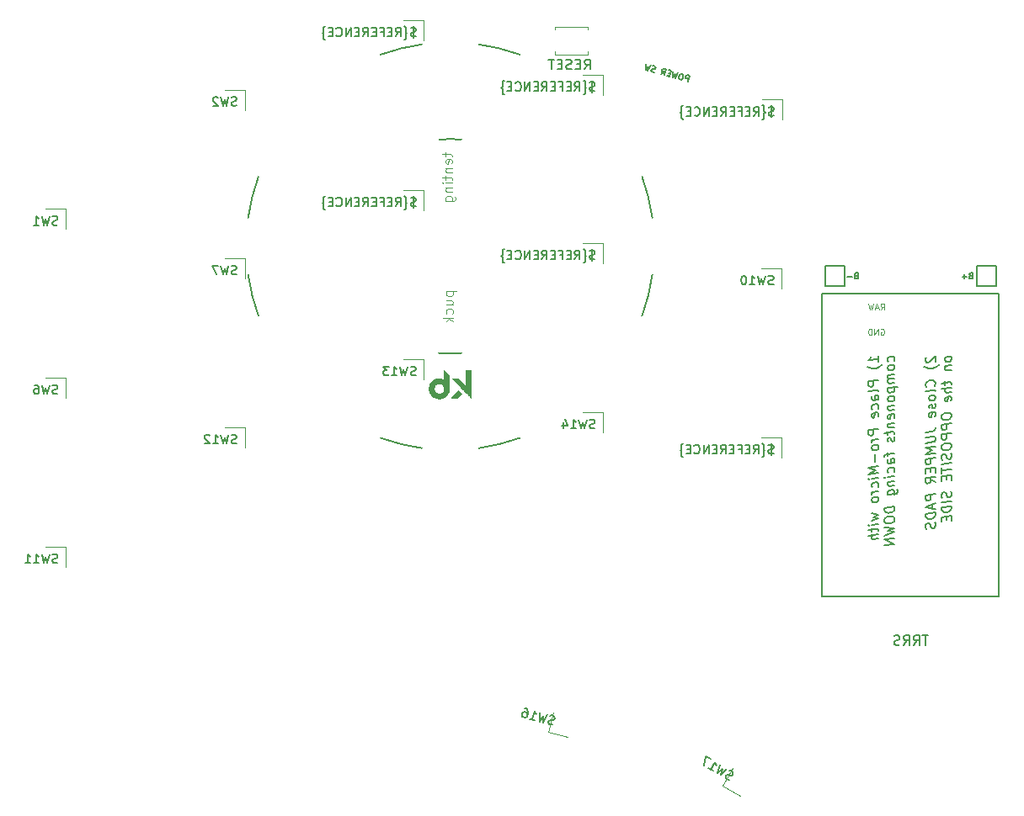
<source format=gbr>
%TF.GenerationSoftware,KiCad,Pcbnew,9.0.7*%
%TF.CreationDate,2026-02-19T17:59:39+01:00*%
%TF.ProjectId,half-swept,68616c66-2d73-4776-9570-742e6b696361,rev?*%
%TF.SameCoordinates,Original*%
%TF.FileFunction,Legend,Bot*%
%TF.FilePolarity,Positive*%
%FSLAX46Y46*%
G04 Gerber Fmt 4.6, Leading zero omitted, Abs format (unit mm)*
G04 Created by KiCad (PCBNEW 9.0.7) date 2026-02-19 17:59:39*
%MOMM*%
%LPD*%
G01*
G04 APERTURE LIST*
%ADD10C,0.150000*%
%ADD11C,0.160000*%
%ADD12C,0.120000*%
%ADD13C,0.100000*%
%ADD14C,0.200000*%
%ADD15C,0.010000*%
G04 APERTURE END LIST*
D10*
X113358570Y-45929485D02*
X113272856Y-45958057D01*
X113272856Y-45958057D02*
X113244285Y-45986628D01*
X113244285Y-45986628D02*
X113215713Y-46043771D01*
X113215713Y-46043771D02*
X113215713Y-46129485D01*
X113215713Y-46129485D02*
X113244285Y-46186628D01*
X113244285Y-46186628D02*
X113272856Y-46215200D01*
X113272856Y-46215200D02*
X113329999Y-46243771D01*
X113329999Y-46243771D02*
X113558570Y-46243771D01*
X113558570Y-46243771D02*
X113558570Y-45643771D01*
X113558570Y-45643771D02*
X113358570Y-45643771D01*
X113358570Y-45643771D02*
X113301428Y-45672342D01*
X113301428Y-45672342D02*
X113272856Y-45700914D01*
X113272856Y-45700914D02*
X113244285Y-45758057D01*
X113244285Y-45758057D02*
X113244285Y-45815200D01*
X113244285Y-45815200D02*
X113272856Y-45872342D01*
X113272856Y-45872342D02*
X113301428Y-45900914D01*
X113301428Y-45900914D02*
X113358570Y-45929485D01*
X113358570Y-45929485D02*
X113558570Y-45929485D01*
X112958570Y-46015200D02*
X112501428Y-46015200D01*
D11*
X105102508Y-29806380D02*
X104973937Y-29849237D01*
X104973937Y-29849237D02*
X104759651Y-29849237D01*
X104759651Y-29849237D02*
X104673937Y-29806380D01*
X104673937Y-29806380D02*
X104631079Y-29763522D01*
X104631079Y-29763522D02*
X104588222Y-29677808D01*
X104588222Y-29677808D02*
X104588222Y-29592094D01*
X104588222Y-29592094D02*
X104631079Y-29506380D01*
X104631079Y-29506380D02*
X104673937Y-29463522D01*
X104673937Y-29463522D02*
X104759651Y-29420665D01*
X104759651Y-29420665D02*
X104931079Y-29377808D01*
X104931079Y-29377808D02*
X105016794Y-29334951D01*
X105016794Y-29334951D02*
X105059651Y-29292094D01*
X105059651Y-29292094D02*
X105102508Y-29206380D01*
X105102508Y-29206380D02*
X105102508Y-29120665D01*
X105102508Y-29120665D02*
X105059651Y-29034951D01*
X105059651Y-29034951D02*
X105016794Y-28992094D01*
X105016794Y-28992094D02*
X104931079Y-28949237D01*
X104931079Y-28949237D02*
X104716794Y-28949237D01*
X104716794Y-28949237D02*
X104588222Y-28992094D01*
X104845365Y-28820665D02*
X104845365Y-29977808D01*
X103945365Y-30192094D02*
X103988222Y-30192094D01*
X103988222Y-30192094D02*
X104073936Y-30149237D01*
X104073936Y-30149237D02*
X104116794Y-30063522D01*
X104116794Y-30063522D02*
X104116794Y-29634951D01*
X104116794Y-29634951D02*
X104159651Y-29549237D01*
X104159651Y-29549237D02*
X104245365Y-29506380D01*
X104245365Y-29506380D02*
X104159651Y-29463522D01*
X104159651Y-29463522D02*
X104116794Y-29377808D01*
X104116794Y-29377808D02*
X104116794Y-28949237D01*
X104116794Y-28949237D02*
X104073936Y-28863522D01*
X104073936Y-28863522D02*
X103988222Y-28820665D01*
X103988222Y-28820665D02*
X103945365Y-28820665D01*
X103088222Y-29849237D02*
X103388222Y-29420665D01*
X103602508Y-29849237D02*
X103602508Y-28949237D01*
X103602508Y-28949237D02*
X103259651Y-28949237D01*
X103259651Y-28949237D02*
X103173936Y-28992094D01*
X103173936Y-28992094D02*
X103131079Y-29034951D01*
X103131079Y-29034951D02*
X103088222Y-29120665D01*
X103088222Y-29120665D02*
X103088222Y-29249237D01*
X103088222Y-29249237D02*
X103131079Y-29334951D01*
X103131079Y-29334951D02*
X103173936Y-29377808D01*
X103173936Y-29377808D02*
X103259651Y-29420665D01*
X103259651Y-29420665D02*
X103602508Y-29420665D01*
X102702508Y-29377808D02*
X102402508Y-29377808D01*
X102273936Y-29849237D02*
X102702508Y-29849237D01*
X102702508Y-29849237D02*
X102702508Y-28949237D01*
X102702508Y-28949237D02*
X102273936Y-28949237D01*
X101588222Y-29377808D02*
X101888222Y-29377808D01*
X101888222Y-29849237D02*
X101888222Y-28949237D01*
X101888222Y-28949237D02*
X101459650Y-28949237D01*
X101116793Y-29377808D02*
X100816793Y-29377808D01*
X100688221Y-29849237D02*
X101116793Y-29849237D01*
X101116793Y-29849237D02*
X101116793Y-28949237D01*
X101116793Y-28949237D02*
X100688221Y-28949237D01*
X99788221Y-29849237D02*
X100088221Y-29420665D01*
X100302507Y-29849237D02*
X100302507Y-28949237D01*
X100302507Y-28949237D02*
X99959650Y-28949237D01*
X99959650Y-28949237D02*
X99873935Y-28992094D01*
X99873935Y-28992094D02*
X99831078Y-29034951D01*
X99831078Y-29034951D02*
X99788221Y-29120665D01*
X99788221Y-29120665D02*
X99788221Y-29249237D01*
X99788221Y-29249237D02*
X99831078Y-29334951D01*
X99831078Y-29334951D02*
X99873935Y-29377808D01*
X99873935Y-29377808D02*
X99959650Y-29420665D01*
X99959650Y-29420665D02*
X100302507Y-29420665D01*
X99402507Y-29377808D02*
X99102507Y-29377808D01*
X98973935Y-29849237D02*
X99402507Y-29849237D01*
X99402507Y-29849237D02*
X99402507Y-28949237D01*
X99402507Y-28949237D02*
X98973935Y-28949237D01*
X98588221Y-29849237D02*
X98588221Y-28949237D01*
X98588221Y-28949237D02*
X98073935Y-29849237D01*
X98073935Y-29849237D02*
X98073935Y-28949237D01*
X97131078Y-29763522D02*
X97173935Y-29806380D01*
X97173935Y-29806380D02*
X97302507Y-29849237D01*
X97302507Y-29849237D02*
X97388221Y-29849237D01*
X97388221Y-29849237D02*
X97516792Y-29806380D01*
X97516792Y-29806380D02*
X97602507Y-29720665D01*
X97602507Y-29720665D02*
X97645364Y-29634951D01*
X97645364Y-29634951D02*
X97688221Y-29463522D01*
X97688221Y-29463522D02*
X97688221Y-29334951D01*
X97688221Y-29334951D02*
X97645364Y-29163522D01*
X97645364Y-29163522D02*
X97602507Y-29077808D01*
X97602507Y-29077808D02*
X97516792Y-28992094D01*
X97516792Y-28992094D02*
X97388221Y-28949237D01*
X97388221Y-28949237D02*
X97302507Y-28949237D01*
X97302507Y-28949237D02*
X97173935Y-28992094D01*
X97173935Y-28992094D02*
X97131078Y-29034951D01*
X96745364Y-29377808D02*
X96445364Y-29377808D01*
X96316792Y-29849237D02*
X96745364Y-29849237D01*
X96745364Y-29849237D02*
X96745364Y-28949237D01*
X96745364Y-28949237D02*
X96316792Y-28949237D01*
X96016792Y-30192094D02*
X95973935Y-30192094D01*
X95973935Y-30192094D02*
X95888221Y-30149237D01*
X95888221Y-30149237D02*
X95845364Y-30063522D01*
X95845364Y-30063522D02*
X95845364Y-29634951D01*
X95845364Y-29634951D02*
X95802506Y-29549237D01*
X95802506Y-29549237D02*
X95716792Y-29506380D01*
X95716792Y-29506380D02*
X95802506Y-29463522D01*
X95802506Y-29463522D02*
X95845364Y-29377808D01*
X95845364Y-29377808D02*
X95845364Y-28949237D01*
X95845364Y-28949237D02*
X95888221Y-28863522D01*
X95888221Y-28863522D02*
X95973935Y-28820665D01*
X95973935Y-28820665D02*
X96016792Y-28820665D01*
D10*
X124915570Y-45929485D02*
X124829856Y-45958057D01*
X124829856Y-45958057D02*
X124801285Y-45986628D01*
X124801285Y-45986628D02*
X124772713Y-46043771D01*
X124772713Y-46043771D02*
X124772713Y-46129485D01*
X124772713Y-46129485D02*
X124801285Y-46186628D01*
X124801285Y-46186628D02*
X124829856Y-46215200D01*
X124829856Y-46215200D02*
X124886999Y-46243771D01*
X124886999Y-46243771D02*
X125115570Y-46243771D01*
X125115570Y-46243771D02*
X125115570Y-45643771D01*
X125115570Y-45643771D02*
X124915570Y-45643771D01*
X124915570Y-45643771D02*
X124858428Y-45672342D01*
X124858428Y-45672342D02*
X124829856Y-45700914D01*
X124829856Y-45700914D02*
X124801285Y-45758057D01*
X124801285Y-45758057D02*
X124801285Y-45815200D01*
X124801285Y-45815200D02*
X124829856Y-45872342D01*
X124829856Y-45872342D02*
X124858428Y-45900914D01*
X124858428Y-45900914D02*
X124915570Y-45929485D01*
X124915570Y-45929485D02*
X125115570Y-45929485D01*
X124515570Y-46015200D02*
X124058428Y-46015200D01*
X124286999Y-46243771D02*
X124286999Y-45786628D01*
D11*
X87102508Y-27306380D02*
X86973937Y-27349237D01*
X86973937Y-27349237D02*
X86759651Y-27349237D01*
X86759651Y-27349237D02*
X86673937Y-27306380D01*
X86673937Y-27306380D02*
X86631079Y-27263522D01*
X86631079Y-27263522D02*
X86588222Y-27177808D01*
X86588222Y-27177808D02*
X86588222Y-27092094D01*
X86588222Y-27092094D02*
X86631079Y-27006380D01*
X86631079Y-27006380D02*
X86673937Y-26963522D01*
X86673937Y-26963522D02*
X86759651Y-26920665D01*
X86759651Y-26920665D02*
X86931079Y-26877808D01*
X86931079Y-26877808D02*
X87016794Y-26834951D01*
X87016794Y-26834951D02*
X87059651Y-26792094D01*
X87059651Y-26792094D02*
X87102508Y-26706380D01*
X87102508Y-26706380D02*
X87102508Y-26620665D01*
X87102508Y-26620665D02*
X87059651Y-26534951D01*
X87059651Y-26534951D02*
X87016794Y-26492094D01*
X87016794Y-26492094D02*
X86931079Y-26449237D01*
X86931079Y-26449237D02*
X86716794Y-26449237D01*
X86716794Y-26449237D02*
X86588222Y-26492094D01*
X86845365Y-26320665D02*
X86845365Y-27477808D01*
X85945365Y-27692094D02*
X85988222Y-27692094D01*
X85988222Y-27692094D02*
X86073936Y-27649237D01*
X86073936Y-27649237D02*
X86116794Y-27563522D01*
X86116794Y-27563522D02*
X86116794Y-27134951D01*
X86116794Y-27134951D02*
X86159651Y-27049237D01*
X86159651Y-27049237D02*
X86245365Y-27006380D01*
X86245365Y-27006380D02*
X86159651Y-26963522D01*
X86159651Y-26963522D02*
X86116794Y-26877808D01*
X86116794Y-26877808D02*
X86116794Y-26449237D01*
X86116794Y-26449237D02*
X86073936Y-26363522D01*
X86073936Y-26363522D02*
X85988222Y-26320665D01*
X85988222Y-26320665D02*
X85945365Y-26320665D01*
X85088222Y-27349237D02*
X85388222Y-26920665D01*
X85602508Y-27349237D02*
X85602508Y-26449237D01*
X85602508Y-26449237D02*
X85259651Y-26449237D01*
X85259651Y-26449237D02*
X85173936Y-26492094D01*
X85173936Y-26492094D02*
X85131079Y-26534951D01*
X85131079Y-26534951D02*
X85088222Y-26620665D01*
X85088222Y-26620665D02*
X85088222Y-26749237D01*
X85088222Y-26749237D02*
X85131079Y-26834951D01*
X85131079Y-26834951D02*
X85173936Y-26877808D01*
X85173936Y-26877808D02*
X85259651Y-26920665D01*
X85259651Y-26920665D02*
X85602508Y-26920665D01*
X84702508Y-26877808D02*
X84402508Y-26877808D01*
X84273936Y-27349237D02*
X84702508Y-27349237D01*
X84702508Y-27349237D02*
X84702508Y-26449237D01*
X84702508Y-26449237D02*
X84273936Y-26449237D01*
X83588222Y-26877808D02*
X83888222Y-26877808D01*
X83888222Y-27349237D02*
X83888222Y-26449237D01*
X83888222Y-26449237D02*
X83459650Y-26449237D01*
X83116793Y-26877808D02*
X82816793Y-26877808D01*
X82688221Y-27349237D02*
X83116793Y-27349237D01*
X83116793Y-27349237D02*
X83116793Y-26449237D01*
X83116793Y-26449237D02*
X82688221Y-26449237D01*
X81788221Y-27349237D02*
X82088221Y-26920665D01*
X82302507Y-27349237D02*
X82302507Y-26449237D01*
X82302507Y-26449237D02*
X81959650Y-26449237D01*
X81959650Y-26449237D02*
X81873935Y-26492094D01*
X81873935Y-26492094D02*
X81831078Y-26534951D01*
X81831078Y-26534951D02*
X81788221Y-26620665D01*
X81788221Y-26620665D02*
X81788221Y-26749237D01*
X81788221Y-26749237D02*
X81831078Y-26834951D01*
X81831078Y-26834951D02*
X81873935Y-26877808D01*
X81873935Y-26877808D02*
X81959650Y-26920665D01*
X81959650Y-26920665D02*
X82302507Y-26920665D01*
X81402507Y-26877808D02*
X81102507Y-26877808D01*
X80973935Y-27349237D02*
X81402507Y-27349237D01*
X81402507Y-27349237D02*
X81402507Y-26449237D01*
X81402507Y-26449237D02*
X80973935Y-26449237D01*
X80588221Y-27349237D02*
X80588221Y-26449237D01*
X80588221Y-26449237D02*
X80073935Y-27349237D01*
X80073935Y-27349237D02*
X80073935Y-26449237D01*
X79131078Y-27263522D02*
X79173935Y-27306380D01*
X79173935Y-27306380D02*
X79302507Y-27349237D01*
X79302507Y-27349237D02*
X79388221Y-27349237D01*
X79388221Y-27349237D02*
X79516792Y-27306380D01*
X79516792Y-27306380D02*
X79602507Y-27220665D01*
X79602507Y-27220665D02*
X79645364Y-27134951D01*
X79645364Y-27134951D02*
X79688221Y-26963522D01*
X79688221Y-26963522D02*
X79688221Y-26834951D01*
X79688221Y-26834951D02*
X79645364Y-26663522D01*
X79645364Y-26663522D02*
X79602507Y-26577808D01*
X79602507Y-26577808D02*
X79516792Y-26492094D01*
X79516792Y-26492094D02*
X79388221Y-26449237D01*
X79388221Y-26449237D02*
X79302507Y-26449237D01*
X79302507Y-26449237D02*
X79173935Y-26492094D01*
X79173935Y-26492094D02*
X79131078Y-26534951D01*
X78745364Y-26877808D02*
X78445364Y-26877808D01*
X78316792Y-27349237D02*
X78745364Y-27349237D01*
X78745364Y-27349237D02*
X78745364Y-26449237D01*
X78745364Y-26449237D02*
X78316792Y-26449237D01*
X78016792Y-27692094D02*
X77973935Y-27692094D01*
X77973935Y-27692094D02*
X77888221Y-27649237D01*
X77888221Y-27649237D02*
X77845364Y-27563522D01*
X77845364Y-27563522D02*
X77845364Y-27134951D01*
X77845364Y-27134951D02*
X77802506Y-27049237D01*
X77802506Y-27049237D02*
X77716792Y-27006380D01*
X77716792Y-27006380D02*
X77802506Y-26963522D01*
X77802506Y-26963522D02*
X77845364Y-26877808D01*
X77845364Y-26877808D02*
X77845364Y-26449237D01*
X77845364Y-26449237D02*
X77888221Y-26363522D01*
X77888221Y-26363522D02*
X77973935Y-26320665D01*
X77973935Y-26320665D02*
X78016792Y-26320665D01*
D10*
X115626247Y-54601036D02*
X115626247Y-54029607D01*
X115626247Y-54315322D02*
X114626247Y-54440322D01*
X114626247Y-54440322D02*
X114769104Y-54327226D01*
X114769104Y-54327226D02*
X114864342Y-54220084D01*
X114864342Y-54220084D02*
X114911961Y-54118893D01*
X116007199Y-54886750D02*
X115959580Y-54940322D01*
X115959580Y-54940322D02*
X115816723Y-55053417D01*
X115816723Y-55053417D02*
X115721485Y-55112941D01*
X115721485Y-55112941D02*
X115578628Y-55178417D01*
X115578628Y-55178417D02*
X115340532Y-55255798D01*
X115340532Y-55255798D02*
X115150056Y-55279607D01*
X115150056Y-55279607D02*
X114911961Y-55261750D01*
X114911961Y-55261750D02*
X114769104Y-55231988D01*
X114769104Y-55231988D02*
X114673866Y-55196274D01*
X114673866Y-55196274D02*
X114531008Y-55118893D01*
X114531008Y-55118893D02*
X114483389Y-55077226D01*
X115626247Y-56458179D02*
X114626247Y-56583179D01*
X114626247Y-56583179D02*
X114626247Y-56964132D01*
X114626247Y-56964132D02*
X114673866Y-57053417D01*
X114673866Y-57053417D02*
X114721485Y-57095084D01*
X114721485Y-57095084D02*
X114816723Y-57130798D01*
X114816723Y-57130798D02*
X114959580Y-57112941D01*
X114959580Y-57112941D02*
X115054818Y-57053417D01*
X115054818Y-57053417D02*
X115102437Y-56999846D01*
X115102437Y-56999846D02*
X115150056Y-56898656D01*
X115150056Y-56898656D02*
X115150056Y-56517703D01*
X115626247Y-57601037D02*
X115578628Y-57511751D01*
X115578628Y-57511751D02*
X115483389Y-57476037D01*
X115483389Y-57476037D02*
X114626247Y-57583179D01*
X115626247Y-58410561D02*
X115102437Y-58476037D01*
X115102437Y-58476037D02*
X115007199Y-58440323D01*
X115007199Y-58440323D02*
X114959580Y-58351037D01*
X114959580Y-58351037D02*
X114959580Y-58160561D01*
X114959580Y-58160561D02*
X115007199Y-58059370D01*
X115578628Y-58416513D02*
X115626247Y-58315323D01*
X115626247Y-58315323D02*
X115626247Y-58077227D01*
X115626247Y-58077227D02*
X115578628Y-57987942D01*
X115578628Y-57987942D02*
X115483389Y-57952227D01*
X115483389Y-57952227D02*
X115388151Y-57964132D01*
X115388151Y-57964132D02*
X115292913Y-58023656D01*
X115292913Y-58023656D02*
X115245294Y-58124847D01*
X115245294Y-58124847D02*
X115245294Y-58362942D01*
X115245294Y-58362942D02*
X115197675Y-58464132D01*
X115578628Y-59321275D02*
X115626247Y-59220085D01*
X115626247Y-59220085D02*
X115626247Y-59029609D01*
X115626247Y-59029609D02*
X115578628Y-58940323D01*
X115578628Y-58940323D02*
X115531008Y-58898656D01*
X115531008Y-58898656D02*
X115435770Y-58862942D01*
X115435770Y-58862942D02*
X115150056Y-58898656D01*
X115150056Y-58898656D02*
X115054818Y-58958180D01*
X115054818Y-58958180D02*
X115007199Y-59011751D01*
X115007199Y-59011751D02*
X114959580Y-59112942D01*
X114959580Y-59112942D02*
X114959580Y-59303418D01*
X114959580Y-59303418D02*
X115007199Y-59392704D01*
X115578628Y-60130799D02*
X115626247Y-60029609D01*
X115626247Y-60029609D02*
X115626247Y-59839132D01*
X115626247Y-59839132D02*
X115578628Y-59749847D01*
X115578628Y-59749847D02*
X115483389Y-59714132D01*
X115483389Y-59714132D02*
X115102437Y-59761752D01*
X115102437Y-59761752D02*
X115007199Y-59821275D01*
X115007199Y-59821275D02*
X114959580Y-59922466D01*
X114959580Y-59922466D02*
X114959580Y-60112942D01*
X114959580Y-60112942D02*
X115007199Y-60202228D01*
X115007199Y-60202228D02*
X115102437Y-60237942D01*
X115102437Y-60237942D02*
X115197675Y-60226037D01*
X115197675Y-60226037D02*
X115292913Y-59737942D01*
X115626247Y-61362942D02*
X114626247Y-61487942D01*
X114626247Y-61487942D02*
X114626247Y-61868895D01*
X114626247Y-61868895D02*
X114673866Y-61958180D01*
X114673866Y-61958180D02*
X114721485Y-61999847D01*
X114721485Y-61999847D02*
X114816723Y-62035561D01*
X114816723Y-62035561D02*
X114959580Y-62017704D01*
X114959580Y-62017704D02*
X115054818Y-61958180D01*
X115054818Y-61958180D02*
X115102437Y-61904609D01*
X115102437Y-61904609D02*
X115150056Y-61803419D01*
X115150056Y-61803419D02*
X115150056Y-61422466D01*
X115626247Y-62362942D02*
X114959580Y-62446276D01*
X115150056Y-62422466D02*
X115054818Y-62481990D01*
X115054818Y-62481990D02*
X115007199Y-62535561D01*
X115007199Y-62535561D02*
X114959580Y-62636752D01*
X114959580Y-62636752D02*
X114959580Y-62731990D01*
X115626247Y-63124848D02*
X115578628Y-63035562D01*
X115578628Y-63035562D02*
X115531008Y-62993895D01*
X115531008Y-62993895D02*
X115435770Y-62958181D01*
X115435770Y-62958181D02*
X115150056Y-62993895D01*
X115150056Y-62993895D02*
X115054818Y-63053419D01*
X115054818Y-63053419D02*
X115007199Y-63106990D01*
X115007199Y-63106990D02*
X114959580Y-63208181D01*
X114959580Y-63208181D02*
X114959580Y-63351038D01*
X114959580Y-63351038D02*
X115007199Y-63440324D01*
X115007199Y-63440324D02*
X115054818Y-63481990D01*
X115054818Y-63481990D02*
X115150056Y-63517705D01*
X115150056Y-63517705D02*
X115435770Y-63481990D01*
X115435770Y-63481990D02*
X115531008Y-63422467D01*
X115531008Y-63422467D02*
X115578628Y-63368895D01*
X115578628Y-63368895D02*
X115626247Y-63267705D01*
X115626247Y-63267705D02*
X115626247Y-63124848D01*
X115245294Y-63934371D02*
X115245294Y-64696276D01*
X115626247Y-65124847D02*
X114626247Y-65249847D01*
X114626247Y-65249847D02*
X115340532Y-65493895D01*
X115340532Y-65493895D02*
X114626247Y-65916514D01*
X114626247Y-65916514D02*
X115626247Y-65791514D01*
X115626247Y-66267704D02*
X114959580Y-66351038D01*
X114626247Y-66392704D02*
X114673866Y-66339133D01*
X114673866Y-66339133D02*
X114721485Y-66380800D01*
X114721485Y-66380800D02*
X114673866Y-66434371D01*
X114673866Y-66434371D02*
X114626247Y-66392704D01*
X114626247Y-66392704D02*
X114721485Y-66380800D01*
X115578628Y-67178418D02*
X115626247Y-67077228D01*
X115626247Y-67077228D02*
X115626247Y-66886752D01*
X115626247Y-66886752D02*
X115578628Y-66797466D01*
X115578628Y-66797466D02*
X115531008Y-66755799D01*
X115531008Y-66755799D02*
X115435770Y-66720085D01*
X115435770Y-66720085D02*
X115150056Y-66755799D01*
X115150056Y-66755799D02*
X115054818Y-66815323D01*
X115054818Y-66815323D02*
X115007199Y-66868894D01*
X115007199Y-66868894D02*
X114959580Y-66970085D01*
X114959580Y-66970085D02*
X114959580Y-67160561D01*
X114959580Y-67160561D02*
X115007199Y-67249847D01*
X115626247Y-67601037D02*
X114959580Y-67684371D01*
X115150056Y-67660561D02*
X115054818Y-67720085D01*
X115054818Y-67720085D02*
X115007199Y-67773656D01*
X115007199Y-67773656D02*
X114959580Y-67874847D01*
X114959580Y-67874847D02*
X114959580Y-67970085D01*
X115626247Y-68362943D02*
X115578628Y-68273657D01*
X115578628Y-68273657D02*
X115531008Y-68231990D01*
X115531008Y-68231990D02*
X115435770Y-68196276D01*
X115435770Y-68196276D02*
X115150056Y-68231990D01*
X115150056Y-68231990D02*
X115054818Y-68291514D01*
X115054818Y-68291514D02*
X115007199Y-68345085D01*
X115007199Y-68345085D02*
X114959580Y-68446276D01*
X114959580Y-68446276D02*
X114959580Y-68589133D01*
X114959580Y-68589133D02*
X115007199Y-68678419D01*
X115007199Y-68678419D02*
X115054818Y-68720085D01*
X115054818Y-68720085D02*
X115150056Y-68755800D01*
X115150056Y-68755800D02*
X115435770Y-68720085D01*
X115435770Y-68720085D02*
X115531008Y-68660562D01*
X115531008Y-68660562D02*
X115578628Y-68606990D01*
X115578628Y-68606990D02*
X115626247Y-68505800D01*
X115626247Y-68505800D02*
X115626247Y-68362943D01*
X114959580Y-69874848D02*
X115626247Y-69981990D01*
X115626247Y-69981990D02*
X115150056Y-70231990D01*
X115150056Y-70231990D02*
X115626247Y-70362943D01*
X115626247Y-70362943D02*
X114959580Y-70636752D01*
X115626247Y-70934371D02*
X114959580Y-71017705D01*
X114626247Y-71059371D02*
X114673866Y-71005800D01*
X114673866Y-71005800D02*
X114721485Y-71047467D01*
X114721485Y-71047467D02*
X114673866Y-71101038D01*
X114673866Y-71101038D02*
X114626247Y-71059371D01*
X114626247Y-71059371D02*
X114721485Y-71047467D01*
X114959580Y-71351038D02*
X114959580Y-71731990D01*
X114626247Y-71535561D02*
X115483389Y-71428419D01*
X115483389Y-71428419D02*
X115578628Y-71464133D01*
X115578628Y-71464133D02*
X115626247Y-71553419D01*
X115626247Y-71553419D02*
X115626247Y-71648657D01*
X115626247Y-71981990D02*
X114626247Y-72106990D01*
X115626247Y-72410562D02*
X115102437Y-72476038D01*
X115102437Y-72476038D02*
X115007199Y-72440324D01*
X115007199Y-72440324D02*
X114959580Y-72351038D01*
X114959580Y-72351038D02*
X114959580Y-72208181D01*
X114959580Y-72208181D02*
X115007199Y-72106990D01*
X115007199Y-72106990D02*
X115054818Y-72053419D01*
X117188572Y-54511750D02*
X117236191Y-54410560D01*
X117236191Y-54410560D02*
X117236191Y-54220084D01*
X117236191Y-54220084D02*
X117188572Y-54130798D01*
X117188572Y-54130798D02*
X117140952Y-54089131D01*
X117140952Y-54089131D02*
X117045714Y-54053417D01*
X117045714Y-54053417D02*
X116760000Y-54089131D01*
X116760000Y-54089131D02*
X116664762Y-54148655D01*
X116664762Y-54148655D02*
X116617143Y-54202226D01*
X116617143Y-54202226D02*
X116569524Y-54303417D01*
X116569524Y-54303417D02*
X116569524Y-54493893D01*
X116569524Y-54493893D02*
X116617143Y-54583179D01*
X117236191Y-55077227D02*
X117188572Y-54987941D01*
X117188572Y-54987941D02*
X117140952Y-54946274D01*
X117140952Y-54946274D02*
X117045714Y-54910560D01*
X117045714Y-54910560D02*
X116760000Y-54946274D01*
X116760000Y-54946274D02*
X116664762Y-55005798D01*
X116664762Y-55005798D02*
X116617143Y-55059369D01*
X116617143Y-55059369D02*
X116569524Y-55160560D01*
X116569524Y-55160560D02*
X116569524Y-55303417D01*
X116569524Y-55303417D02*
X116617143Y-55392703D01*
X116617143Y-55392703D02*
X116664762Y-55434369D01*
X116664762Y-55434369D02*
X116760000Y-55470084D01*
X116760000Y-55470084D02*
X117045714Y-55434369D01*
X117045714Y-55434369D02*
X117140952Y-55374846D01*
X117140952Y-55374846D02*
X117188572Y-55321274D01*
X117188572Y-55321274D02*
X117236191Y-55220084D01*
X117236191Y-55220084D02*
X117236191Y-55077227D01*
X117236191Y-55839131D02*
X116569524Y-55922465D01*
X116664762Y-55910560D02*
X116617143Y-55964131D01*
X116617143Y-55964131D02*
X116569524Y-56065322D01*
X116569524Y-56065322D02*
X116569524Y-56208179D01*
X116569524Y-56208179D02*
X116617143Y-56297465D01*
X116617143Y-56297465D02*
X116712381Y-56333179D01*
X116712381Y-56333179D02*
X117236191Y-56267703D01*
X116712381Y-56333179D02*
X116617143Y-56392703D01*
X116617143Y-56392703D02*
X116569524Y-56493893D01*
X116569524Y-56493893D02*
X116569524Y-56636750D01*
X116569524Y-56636750D02*
X116617143Y-56726036D01*
X116617143Y-56726036D02*
X116712381Y-56761750D01*
X116712381Y-56761750D02*
X117236191Y-56696274D01*
X116569524Y-57255798D02*
X117569524Y-57130798D01*
X116617143Y-57249845D02*
X116569524Y-57351036D01*
X116569524Y-57351036D02*
X116569524Y-57541512D01*
X116569524Y-57541512D02*
X116617143Y-57630798D01*
X116617143Y-57630798D02*
X116664762Y-57672464D01*
X116664762Y-57672464D02*
X116760000Y-57708179D01*
X116760000Y-57708179D02*
X117045714Y-57672464D01*
X117045714Y-57672464D02*
X117140952Y-57612941D01*
X117140952Y-57612941D02*
X117188572Y-57559369D01*
X117188572Y-57559369D02*
X117236191Y-57458179D01*
X117236191Y-57458179D02*
X117236191Y-57267702D01*
X117236191Y-57267702D02*
X117188572Y-57178417D01*
X117236191Y-58220084D02*
X117188572Y-58130798D01*
X117188572Y-58130798D02*
X117140952Y-58089131D01*
X117140952Y-58089131D02*
X117045714Y-58053417D01*
X117045714Y-58053417D02*
X116760000Y-58089131D01*
X116760000Y-58089131D02*
X116664762Y-58148655D01*
X116664762Y-58148655D02*
X116617143Y-58202226D01*
X116617143Y-58202226D02*
X116569524Y-58303417D01*
X116569524Y-58303417D02*
X116569524Y-58446274D01*
X116569524Y-58446274D02*
X116617143Y-58535560D01*
X116617143Y-58535560D02*
X116664762Y-58577226D01*
X116664762Y-58577226D02*
X116760000Y-58612941D01*
X116760000Y-58612941D02*
X117045714Y-58577226D01*
X117045714Y-58577226D02*
X117140952Y-58517703D01*
X117140952Y-58517703D02*
X117188572Y-58464131D01*
X117188572Y-58464131D02*
X117236191Y-58362941D01*
X117236191Y-58362941D02*
X117236191Y-58220084D01*
X116569524Y-59065322D02*
X117236191Y-58981988D01*
X116664762Y-59053417D02*
X116617143Y-59106988D01*
X116617143Y-59106988D02*
X116569524Y-59208179D01*
X116569524Y-59208179D02*
X116569524Y-59351036D01*
X116569524Y-59351036D02*
X116617143Y-59440322D01*
X116617143Y-59440322D02*
X116712381Y-59476036D01*
X116712381Y-59476036D02*
X117236191Y-59410560D01*
X117188572Y-60273655D02*
X117236191Y-60172465D01*
X117236191Y-60172465D02*
X117236191Y-59981988D01*
X117236191Y-59981988D02*
X117188572Y-59892703D01*
X117188572Y-59892703D02*
X117093333Y-59856988D01*
X117093333Y-59856988D02*
X116712381Y-59904608D01*
X116712381Y-59904608D02*
X116617143Y-59964131D01*
X116617143Y-59964131D02*
X116569524Y-60065322D01*
X116569524Y-60065322D02*
X116569524Y-60255798D01*
X116569524Y-60255798D02*
X116617143Y-60345084D01*
X116617143Y-60345084D02*
X116712381Y-60380798D01*
X116712381Y-60380798D02*
X116807619Y-60368893D01*
X116807619Y-60368893D02*
X116902857Y-59880798D01*
X116569524Y-60827227D02*
X117236191Y-60743893D01*
X116664762Y-60815322D02*
X116617143Y-60868893D01*
X116617143Y-60868893D02*
X116569524Y-60970084D01*
X116569524Y-60970084D02*
X116569524Y-61112941D01*
X116569524Y-61112941D02*
X116617143Y-61202227D01*
X116617143Y-61202227D02*
X116712381Y-61237941D01*
X116712381Y-61237941D02*
X117236191Y-61172465D01*
X116569524Y-61589132D02*
X116569524Y-61970084D01*
X116236191Y-61773655D02*
X117093333Y-61666513D01*
X117093333Y-61666513D02*
X117188572Y-61702227D01*
X117188572Y-61702227D02*
X117236191Y-61791513D01*
X117236191Y-61791513D02*
X117236191Y-61886751D01*
X117188572Y-62178418D02*
X117236191Y-62267703D01*
X117236191Y-62267703D02*
X117236191Y-62458180D01*
X117236191Y-62458180D02*
X117188572Y-62559370D01*
X117188572Y-62559370D02*
X117093333Y-62618894D01*
X117093333Y-62618894D02*
X117045714Y-62624846D01*
X117045714Y-62624846D02*
X116950476Y-62589132D01*
X116950476Y-62589132D02*
X116902857Y-62499846D01*
X116902857Y-62499846D02*
X116902857Y-62356989D01*
X116902857Y-62356989D02*
X116855238Y-62267703D01*
X116855238Y-62267703D02*
X116760000Y-62231989D01*
X116760000Y-62231989D02*
X116712381Y-62237942D01*
X116712381Y-62237942D02*
X116617143Y-62297465D01*
X116617143Y-62297465D02*
X116569524Y-62398656D01*
X116569524Y-62398656D02*
X116569524Y-62541513D01*
X116569524Y-62541513D02*
X116617143Y-62630799D01*
X116569524Y-63731990D02*
X116569524Y-64112942D01*
X117236191Y-63791513D02*
X116379048Y-63898656D01*
X116379048Y-63898656D02*
X116283810Y-63958180D01*
X116283810Y-63958180D02*
X116236191Y-64059371D01*
X116236191Y-64059371D02*
X116236191Y-64154609D01*
X117236191Y-64791514D02*
X116712381Y-64856990D01*
X116712381Y-64856990D02*
X116617143Y-64821276D01*
X116617143Y-64821276D02*
X116569524Y-64731990D01*
X116569524Y-64731990D02*
X116569524Y-64541514D01*
X116569524Y-64541514D02*
X116617143Y-64440323D01*
X117188572Y-64797466D02*
X117236191Y-64696276D01*
X117236191Y-64696276D02*
X117236191Y-64458180D01*
X117236191Y-64458180D02*
X117188572Y-64368895D01*
X117188572Y-64368895D02*
X117093333Y-64333180D01*
X117093333Y-64333180D02*
X116998095Y-64345085D01*
X116998095Y-64345085D02*
X116902857Y-64404609D01*
X116902857Y-64404609D02*
X116855238Y-64505800D01*
X116855238Y-64505800D02*
X116855238Y-64743895D01*
X116855238Y-64743895D02*
X116807619Y-64845085D01*
X117188572Y-65702228D02*
X117236191Y-65601038D01*
X117236191Y-65601038D02*
X117236191Y-65410562D01*
X117236191Y-65410562D02*
X117188572Y-65321276D01*
X117188572Y-65321276D02*
X117140952Y-65279609D01*
X117140952Y-65279609D02*
X117045714Y-65243895D01*
X117045714Y-65243895D02*
X116760000Y-65279609D01*
X116760000Y-65279609D02*
X116664762Y-65339133D01*
X116664762Y-65339133D02*
X116617143Y-65392704D01*
X116617143Y-65392704D02*
X116569524Y-65493895D01*
X116569524Y-65493895D02*
X116569524Y-65684371D01*
X116569524Y-65684371D02*
X116617143Y-65773657D01*
X117236191Y-66124847D02*
X116569524Y-66208181D01*
X116236191Y-66249847D02*
X116283810Y-66196276D01*
X116283810Y-66196276D02*
X116331429Y-66237943D01*
X116331429Y-66237943D02*
X116283810Y-66291514D01*
X116283810Y-66291514D02*
X116236191Y-66249847D01*
X116236191Y-66249847D02*
X116331429Y-66237943D01*
X116569524Y-66684371D02*
X117236191Y-66601037D01*
X116664762Y-66672466D02*
X116617143Y-66726037D01*
X116617143Y-66726037D02*
X116569524Y-66827228D01*
X116569524Y-66827228D02*
X116569524Y-66970085D01*
X116569524Y-66970085D02*
X116617143Y-67059371D01*
X116617143Y-67059371D02*
X116712381Y-67095085D01*
X116712381Y-67095085D02*
X117236191Y-67029609D01*
X116569524Y-68017704D02*
X117379048Y-67916514D01*
X117379048Y-67916514D02*
X117474286Y-67856990D01*
X117474286Y-67856990D02*
X117521905Y-67803418D01*
X117521905Y-67803418D02*
X117569524Y-67702228D01*
X117569524Y-67702228D02*
X117569524Y-67559371D01*
X117569524Y-67559371D02*
X117521905Y-67470085D01*
X117188572Y-67940323D02*
X117236191Y-67839133D01*
X117236191Y-67839133D02*
X117236191Y-67648657D01*
X117236191Y-67648657D02*
X117188572Y-67559371D01*
X117188572Y-67559371D02*
X117140952Y-67517704D01*
X117140952Y-67517704D02*
X117045714Y-67481990D01*
X117045714Y-67481990D02*
X116760000Y-67517704D01*
X116760000Y-67517704D02*
X116664762Y-67577228D01*
X116664762Y-67577228D02*
X116617143Y-67630799D01*
X116617143Y-67630799D02*
X116569524Y-67731990D01*
X116569524Y-67731990D02*
X116569524Y-67922466D01*
X116569524Y-67922466D02*
X116617143Y-68011752D01*
X117236191Y-69172466D02*
X116236191Y-69297466D01*
X116236191Y-69297466D02*
X116236191Y-69535562D01*
X116236191Y-69535562D02*
X116283810Y-69672466D01*
X116283810Y-69672466D02*
X116379048Y-69755800D01*
X116379048Y-69755800D02*
X116474286Y-69791514D01*
X116474286Y-69791514D02*
X116664762Y-69815324D01*
X116664762Y-69815324D02*
X116807619Y-69797466D01*
X116807619Y-69797466D02*
X116998095Y-69726038D01*
X116998095Y-69726038D02*
X117093333Y-69666514D01*
X117093333Y-69666514D02*
X117188572Y-69559371D01*
X117188572Y-69559371D02*
X117236191Y-69410562D01*
X117236191Y-69410562D02*
X117236191Y-69172466D01*
X116236191Y-70487943D02*
X116236191Y-70678419D01*
X116236191Y-70678419D02*
X116283810Y-70767704D01*
X116283810Y-70767704D02*
X116379048Y-70851038D01*
X116379048Y-70851038D02*
X116569524Y-70874847D01*
X116569524Y-70874847D02*
X116902857Y-70833181D01*
X116902857Y-70833181D02*
X117093333Y-70761752D01*
X117093333Y-70761752D02*
X117188572Y-70654609D01*
X117188572Y-70654609D02*
X117236191Y-70553419D01*
X117236191Y-70553419D02*
X117236191Y-70362943D01*
X117236191Y-70362943D02*
X117188572Y-70273657D01*
X117188572Y-70273657D02*
X117093333Y-70190324D01*
X117093333Y-70190324D02*
X116902857Y-70166514D01*
X116902857Y-70166514D02*
X116569524Y-70208181D01*
X116569524Y-70208181D02*
X116379048Y-70279609D01*
X116379048Y-70279609D02*
X116283810Y-70386752D01*
X116283810Y-70386752D02*
X116236191Y-70487943D01*
X116236191Y-71249847D02*
X117236191Y-71362943D01*
X117236191Y-71362943D02*
X116521905Y-71642704D01*
X116521905Y-71642704D02*
X117236191Y-71743895D01*
X117236191Y-71743895D02*
X116236191Y-72106990D01*
X117236191Y-72362942D02*
X116236191Y-72487942D01*
X116236191Y-72487942D02*
X117236191Y-72934371D01*
X117236191Y-72934371D02*
X116236191Y-73059371D01*
D12*
X115864880Y-51312702D02*
X115922023Y-51284131D01*
X115922023Y-51284131D02*
X116007737Y-51284131D01*
X116007737Y-51284131D02*
X116093451Y-51312702D01*
X116093451Y-51312702D02*
X116150594Y-51369845D01*
X116150594Y-51369845D02*
X116179165Y-51426988D01*
X116179165Y-51426988D02*
X116207737Y-51541274D01*
X116207737Y-51541274D02*
X116207737Y-51626988D01*
X116207737Y-51626988D02*
X116179165Y-51741274D01*
X116179165Y-51741274D02*
X116150594Y-51798417D01*
X116150594Y-51798417D02*
X116093451Y-51855560D01*
X116093451Y-51855560D02*
X116007737Y-51884131D01*
X116007737Y-51884131D02*
X115950594Y-51884131D01*
X115950594Y-51884131D02*
X115864880Y-51855560D01*
X115864880Y-51855560D02*
X115836308Y-51826988D01*
X115836308Y-51826988D02*
X115836308Y-51626988D01*
X115836308Y-51626988D02*
X115950594Y-51626988D01*
X115579165Y-51884131D02*
X115579165Y-51284131D01*
X115579165Y-51284131D02*
X115236308Y-51884131D01*
X115236308Y-51884131D02*
X115236308Y-51284131D01*
X114950594Y-51884131D02*
X114950594Y-51284131D01*
X114950594Y-51284131D02*
X114807737Y-51284131D01*
X114807737Y-51284131D02*
X114722023Y-51312702D01*
X114722023Y-51312702D02*
X114664880Y-51369845D01*
X114664880Y-51369845D02*
X114636309Y-51426988D01*
X114636309Y-51426988D02*
X114607737Y-51541274D01*
X114607737Y-51541274D02*
X114607737Y-51626988D01*
X114607737Y-51626988D02*
X114636309Y-51741274D01*
X114636309Y-51741274D02*
X114664880Y-51798417D01*
X114664880Y-51798417D02*
X114722023Y-51855560D01*
X114722023Y-51855560D02*
X114807737Y-51884131D01*
X114807737Y-51884131D02*
X114950594Y-51884131D01*
D10*
X120461885Y-54142703D02*
X120414266Y-54196274D01*
X120414266Y-54196274D02*
X120366647Y-54297464D01*
X120366647Y-54297464D02*
X120366647Y-54535560D01*
X120366647Y-54535560D02*
X120414266Y-54624845D01*
X120414266Y-54624845D02*
X120461885Y-54666512D01*
X120461885Y-54666512D02*
X120557123Y-54702226D01*
X120557123Y-54702226D02*
X120652361Y-54690322D01*
X120652361Y-54690322D02*
X120795218Y-54624845D01*
X120795218Y-54624845D02*
X121366647Y-53981988D01*
X121366647Y-53981988D02*
X121366647Y-54601036D01*
X121747599Y-54886750D02*
X121699980Y-54940322D01*
X121699980Y-54940322D02*
X121557123Y-55053417D01*
X121557123Y-55053417D02*
X121461885Y-55112941D01*
X121461885Y-55112941D02*
X121319028Y-55178417D01*
X121319028Y-55178417D02*
X121080932Y-55255798D01*
X121080932Y-55255798D02*
X120890456Y-55279607D01*
X120890456Y-55279607D02*
X120652361Y-55261750D01*
X120652361Y-55261750D02*
X120509504Y-55231988D01*
X120509504Y-55231988D02*
X120414266Y-55196274D01*
X120414266Y-55196274D02*
X120271408Y-55118893D01*
X120271408Y-55118893D02*
X120223789Y-55077226D01*
X121271408Y-57041513D02*
X121319028Y-56987941D01*
X121319028Y-56987941D02*
X121366647Y-56839132D01*
X121366647Y-56839132D02*
X121366647Y-56743894D01*
X121366647Y-56743894D02*
X121319028Y-56606989D01*
X121319028Y-56606989D02*
X121223789Y-56523656D01*
X121223789Y-56523656D02*
X121128551Y-56487941D01*
X121128551Y-56487941D02*
X120938075Y-56464132D01*
X120938075Y-56464132D02*
X120795218Y-56481989D01*
X120795218Y-56481989D02*
X120604742Y-56553417D01*
X120604742Y-56553417D02*
X120509504Y-56612941D01*
X120509504Y-56612941D02*
X120414266Y-56720084D01*
X120414266Y-56720084D02*
X120366647Y-56868894D01*
X120366647Y-56868894D02*
X120366647Y-56964132D01*
X120366647Y-56964132D02*
X120414266Y-57101037D01*
X120414266Y-57101037D02*
X120461885Y-57142703D01*
X121366647Y-57601037D02*
X121319028Y-57511751D01*
X121319028Y-57511751D02*
X121223789Y-57476037D01*
X121223789Y-57476037D02*
X120366647Y-57583179D01*
X121366647Y-58124847D02*
X121319028Y-58035561D01*
X121319028Y-58035561D02*
X121271408Y-57993894D01*
X121271408Y-57993894D02*
X121176170Y-57958180D01*
X121176170Y-57958180D02*
X120890456Y-57993894D01*
X120890456Y-57993894D02*
X120795218Y-58053418D01*
X120795218Y-58053418D02*
X120747599Y-58106989D01*
X120747599Y-58106989D02*
X120699980Y-58208180D01*
X120699980Y-58208180D02*
X120699980Y-58351037D01*
X120699980Y-58351037D02*
X120747599Y-58440323D01*
X120747599Y-58440323D02*
X120795218Y-58481989D01*
X120795218Y-58481989D02*
X120890456Y-58517704D01*
X120890456Y-58517704D02*
X121176170Y-58481989D01*
X121176170Y-58481989D02*
X121271408Y-58422466D01*
X121271408Y-58422466D02*
X121319028Y-58368894D01*
X121319028Y-58368894D02*
X121366647Y-58267704D01*
X121366647Y-58267704D02*
X121366647Y-58124847D01*
X121319028Y-58845085D02*
X121366647Y-58934370D01*
X121366647Y-58934370D02*
X121366647Y-59124847D01*
X121366647Y-59124847D02*
X121319028Y-59226037D01*
X121319028Y-59226037D02*
X121223789Y-59285561D01*
X121223789Y-59285561D02*
X121176170Y-59291513D01*
X121176170Y-59291513D02*
X121080932Y-59255799D01*
X121080932Y-59255799D02*
X121033313Y-59166513D01*
X121033313Y-59166513D02*
X121033313Y-59023656D01*
X121033313Y-59023656D02*
X120985694Y-58934370D01*
X120985694Y-58934370D02*
X120890456Y-58898656D01*
X120890456Y-58898656D02*
X120842837Y-58904609D01*
X120842837Y-58904609D02*
X120747599Y-58964132D01*
X120747599Y-58964132D02*
X120699980Y-59065323D01*
X120699980Y-59065323D02*
X120699980Y-59208180D01*
X120699980Y-59208180D02*
X120747599Y-59297466D01*
X121319028Y-60083180D02*
X121366647Y-59981990D01*
X121366647Y-59981990D02*
X121366647Y-59791513D01*
X121366647Y-59791513D02*
X121319028Y-59702228D01*
X121319028Y-59702228D02*
X121223789Y-59666513D01*
X121223789Y-59666513D02*
X120842837Y-59714133D01*
X120842837Y-59714133D02*
X120747599Y-59773656D01*
X120747599Y-59773656D02*
X120699980Y-59874847D01*
X120699980Y-59874847D02*
X120699980Y-60065323D01*
X120699980Y-60065323D02*
X120747599Y-60154609D01*
X120747599Y-60154609D02*
X120842837Y-60190323D01*
X120842837Y-60190323D02*
X120938075Y-60178418D01*
X120938075Y-60178418D02*
X121033313Y-59690323D01*
X120366647Y-61726038D02*
X121080932Y-61636752D01*
X121080932Y-61636752D02*
X121223789Y-61571276D01*
X121223789Y-61571276D02*
X121319028Y-61464133D01*
X121319028Y-61464133D02*
X121366647Y-61315323D01*
X121366647Y-61315323D02*
X121366647Y-61220085D01*
X120366647Y-62202228D02*
X121176170Y-62101038D01*
X121176170Y-62101038D02*
X121271408Y-62136752D01*
X121271408Y-62136752D02*
X121319028Y-62178419D01*
X121319028Y-62178419D02*
X121366647Y-62267705D01*
X121366647Y-62267705D02*
X121366647Y-62458181D01*
X121366647Y-62458181D02*
X121319028Y-62559371D01*
X121319028Y-62559371D02*
X121271408Y-62612943D01*
X121271408Y-62612943D02*
X121176170Y-62672466D01*
X121176170Y-62672466D02*
X120366647Y-62773657D01*
X121366647Y-63124847D02*
X120366647Y-63249847D01*
X120366647Y-63249847D02*
X121080932Y-63493895D01*
X121080932Y-63493895D02*
X120366647Y-63916514D01*
X120366647Y-63916514D02*
X121366647Y-63791514D01*
X121366647Y-64267704D02*
X120366647Y-64392704D01*
X120366647Y-64392704D02*
X120366647Y-64773657D01*
X120366647Y-64773657D02*
X120414266Y-64862942D01*
X120414266Y-64862942D02*
X120461885Y-64904609D01*
X120461885Y-64904609D02*
X120557123Y-64940323D01*
X120557123Y-64940323D02*
X120699980Y-64922466D01*
X120699980Y-64922466D02*
X120795218Y-64862942D01*
X120795218Y-64862942D02*
X120842837Y-64809371D01*
X120842837Y-64809371D02*
X120890456Y-64708181D01*
X120890456Y-64708181D02*
X120890456Y-64327228D01*
X120842837Y-65333181D02*
X120842837Y-65666514D01*
X121366647Y-65743895D02*
X121366647Y-65267704D01*
X121366647Y-65267704D02*
X120366647Y-65392704D01*
X120366647Y-65392704D02*
X120366647Y-65868895D01*
X121366647Y-66743895D02*
X120890456Y-66470085D01*
X121366647Y-66172466D02*
X120366647Y-66297466D01*
X120366647Y-66297466D02*
X120366647Y-66678419D01*
X120366647Y-66678419D02*
X120414266Y-66767704D01*
X120414266Y-66767704D02*
X120461885Y-66809371D01*
X120461885Y-66809371D02*
X120557123Y-66845085D01*
X120557123Y-66845085D02*
X120699980Y-66827228D01*
X120699980Y-66827228D02*
X120795218Y-66767704D01*
X120795218Y-66767704D02*
X120842837Y-66714133D01*
X120842837Y-66714133D02*
X120890456Y-66612943D01*
X120890456Y-66612943D02*
X120890456Y-66231990D01*
X121366647Y-67934371D02*
X120366647Y-68059371D01*
X120366647Y-68059371D02*
X120366647Y-68440324D01*
X120366647Y-68440324D02*
X120414266Y-68529609D01*
X120414266Y-68529609D02*
X120461885Y-68571276D01*
X120461885Y-68571276D02*
X120557123Y-68606990D01*
X120557123Y-68606990D02*
X120699980Y-68589133D01*
X120699980Y-68589133D02*
X120795218Y-68529609D01*
X120795218Y-68529609D02*
X120842837Y-68476038D01*
X120842837Y-68476038D02*
X120890456Y-68374848D01*
X120890456Y-68374848D02*
X120890456Y-67993895D01*
X121080932Y-68922467D02*
X121080932Y-69398657D01*
X121366647Y-68791514D02*
X120366647Y-69249848D01*
X120366647Y-69249848D02*
X121366647Y-69458181D01*
X121366647Y-69791514D02*
X120366647Y-69916514D01*
X120366647Y-69916514D02*
X120366647Y-70154610D01*
X120366647Y-70154610D02*
X120414266Y-70291514D01*
X120414266Y-70291514D02*
X120509504Y-70374848D01*
X120509504Y-70374848D02*
X120604742Y-70410562D01*
X120604742Y-70410562D02*
X120795218Y-70434372D01*
X120795218Y-70434372D02*
X120938075Y-70416514D01*
X120938075Y-70416514D02*
X121128551Y-70345086D01*
X121128551Y-70345086D02*
X121223789Y-70285562D01*
X121223789Y-70285562D02*
X121319028Y-70178419D01*
X121319028Y-70178419D02*
X121366647Y-70029610D01*
X121366647Y-70029610D02*
X121366647Y-69791514D01*
X121319028Y-70749848D02*
X121366647Y-70886752D01*
X121366647Y-70886752D02*
X121366647Y-71124848D01*
X121366647Y-71124848D02*
X121319028Y-71226038D01*
X121319028Y-71226038D02*
X121271408Y-71279610D01*
X121271408Y-71279610D02*
X121176170Y-71339133D01*
X121176170Y-71339133D02*
X121080932Y-71351038D01*
X121080932Y-71351038D02*
X120985694Y-71315324D01*
X120985694Y-71315324D02*
X120938075Y-71273657D01*
X120938075Y-71273657D02*
X120890456Y-71184372D01*
X120890456Y-71184372D02*
X120842837Y-70999848D01*
X120842837Y-70999848D02*
X120795218Y-70910562D01*
X120795218Y-70910562D02*
X120747599Y-70868895D01*
X120747599Y-70868895D02*
X120652361Y-70833181D01*
X120652361Y-70833181D02*
X120557123Y-70845086D01*
X120557123Y-70845086D02*
X120461885Y-70904610D01*
X120461885Y-70904610D02*
X120414266Y-70958181D01*
X120414266Y-70958181D02*
X120366647Y-71059372D01*
X120366647Y-71059372D02*
X120366647Y-71297467D01*
X120366647Y-71297467D02*
X120414266Y-71434372D01*
X122976591Y-54220084D02*
X122928972Y-54130798D01*
X122928972Y-54130798D02*
X122881352Y-54089131D01*
X122881352Y-54089131D02*
X122786114Y-54053417D01*
X122786114Y-54053417D02*
X122500400Y-54089131D01*
X122500400Y-54089131D02*
X122405162Y-54148655D01*
X122405162Y-54148655D02*
X122357543Y-54202226D01*
X122357543Y-54202226D02*
X122309924Y-54303417D01*
X122309924Y-54303417D02*
X122309924Y-54446274D01*
X122309924Y-54446274D02*
X122357543Y-54535560D01*
X122357543Y-54535560D02*
X122405162Y-54577226D01*
X122405162Y-54577226D02*
X122500400Y-54612941D01*
X122500400Y-54612941D02*
X122786114Y-54577226D01*
X122786114Y-54577226D02*
X122881352Y-54517703D01*
X122881352Y-54517703D02*
X122928972Y-54464131D01*
X122928972Y-54464131D02*
X122976591Y-54362941D01*
X122976591Y-54362941D02*
X122976591Y-54220084D01*
X122309924Y-55065322D02*
X122976591Y-54981988D01*
X122405162Y-55053417D02*
X122357543Y-55106988D01*
X122357543Y-55106988D02*
X122309924Y-55208179D01*
X122309924Y-55208179D02*
X122309924Y-55351036D01*
X122309924Y-55351036D02*
X122357543Y-55440322D01*
X122357543Y-55440322D02*
X122452781Y-55476036D01*
X122452781Y-55476036D02*
X122976591Y-55410560D01*
X122309924Y-56589132D02*
X122309924Y-56970084D01*
X121976591Y-56773655D02*
X122833733Y-56666513D01*
X122833733Y-56666513D02*
X122928972Y-56702227D01*
X122928972Y-56702227D02*
X122976591Y-56791513D01*
X122976591Y-56791513D02*
X122976591Y-56886751D01*
X122976591Y-57220084D02*
X121976591Y-57345084D01*
X122976591Y-57648656D02*
X122452781Y-57714132D01*
X122452781Y-57714132D02*
X122357543Y-57678418D01*
X122357543Y-57678418D02*
X122309924Y-57589132D01*
X122309924Y-57589132D02*
X122309924Y-57446275D01*
X122309924Y-57446275D02*
X122357543Y-57345084D01*
X122357543Y-57345084D02*
X122405162Y-57291513D01*
X122928972Y-58511751D02*
X122976591Y-58410561D01*
X122976591Y-58410561D02*
X122976591Y-58220084D01*
X122976591Y-58220084D02*
X122928972Y-58130799D01*
X122928972Y-58130799D02*
X122833733Y-58095084D01*
X122833733Y-58095084D02*
X122452781Y-58142704D01*
X122452781Y-58142704D02*
X122357543Y-58202227D01*
X122357543Y-58202227D02*
X122309924Y-58303418D01*
X122309924Y-58303418D02*
X122309924Y-58493894D01*
X122309924Y-58493894D02*
X122357543Y-58583180D01*
X122357543Y-58583180D02*
X122452781Y-58618894D01*
X122452781Y-58618894D02*
X122548019Y-58606989D01*
X122548019Y-58606989D02*
X122643257Y-58118894D01*
X121976591Y-60059371D02*
X121976591Y-60249847D01*
X121976591Y-60249847D02*
X122024210Y-60339132D01*
X122024210Y-60339132D02*
X122119448Y-60422466D01*
X122119448Y-60422466D02*
X122309924Y-60446275D01*
X122309924Y-60446275D02*
X122643257Y-60404609D01*
X122643257Y-60404609D02*
X122833733Y-60333180D01*
X122833733Y-60333180D02*
X122928972Y-60226037D01*
X122928972Y-60226037D02*
X122976591Y-60124847D01*
X122976591Y-60124847D02*
X122976591Y-59934371D01*
X122976591Y-59934371D02*
X122928972Y-59845085D01*
X122928972Y-59845085D02*
X122833733Y-59761752D01*
X122833733Y-59761752D02*
X122643257Y-59737942D01*
X122643257Y-59737942D02*
X122309924Y-59779609D01*
X122309924Y-59779609D02*
X122119448Y-59851037D01*
X122119448Y-59851037D02*
X122024210Y-59958180D01*
X122024210Y-59958180D02*
X121976591Y-60059371D01*
X122976591Y-60791513D02*
X121976591Y-60916513D01*
X121976591Y-60916513D02*
X121976591Y-61297466D01*
X121976591Y-61297466D02*
X122024210Y-61386751D01*
X122024210Y-61386751D02*
X122071829Y-61428418D01*
X122071829Y-61428418D02*
X122167067Y-61464132D01*
X122167067Y-61464132D02*
X122309924Y-61446275D01*
X122309924Y-61446275D02*
X122405162Y-61386751D01*
X122405162Y-61386751D02*
X122452781Y-61333180D01*
X122452781Y-61333180D02*
X122500400Y-61231990D01*
X122500400Y-61231990D02*
X122500400Y-60851037D01*
X122976591Y-61791513D02*
X121976591Y-61916513D01*
X121976591Y-61916513D02*
X121976591Y-62297466D01*
X121976591Y-62297466D02*
X122024210Y-62386751D01*
X122024210Y-62386751D02*
X122071829Y-62428418D01*
X122071829Y-62428418D02*
X122167067Y-62464132D01*
X122167067Y-62464132D02*
X122309924Y-62446275D01*
X122309924Y-62446275D02*
X122405162Y-62386751D01*
X122405162Y-62386751D02*
X122452781Y-62333180D01*
X122452781Y-62333180D02*
X122500400Y-62231990D01*
X122500400Y-62231990D02*
X122500400Y-61851037D01*
X121976591Y-63106990D02*
X121976591Y-63297466D01*
X121976591Y-63297466D02*
X122024210Y-63386751D01*
X122024210Y-63386751D02*
X122119448Y-63470085D01*
X122119448Y-63470085D02*
X122309924Y-63493894D01*
X122309924Y-63493894D02*
X122643257Y-63452228D01*
X122643257Y-63452228D02*
X122833733Y-63380799D01*
X122833733Y-63380799D02*
X122928972Y-63273656D01*
X122928972Y-63273656D02*
X122976591Y-63172466D01*
X122976591Y-63172466D02*
X122976591Y-62981990D01*
X122976591Y-62981990D02*
X122928972Y-62892704D01*
X122928972Y-62892704D02*
X122833733Y-62809371D01*
X122833733Y-62809371D02*
X122643257Y-62785561D01*
X122643257Y-62785561D02*
X122309924Y-62827228D01*
X122309924Y-62827228D02*
X122119448Y-62898656D01*
X122119448Y-62898656D02*
X122024210Y-63005799D01*
X122024210Y-63005799D02*
X121976591Y-63106990D01*
X122928972Y-63797466D02*
X122976591Y-63934370D01*
X122976591Y-63934370D02*
X122976591Y-64172466D01*
X122976591Y-64172466D02*
X122928972Y-64273656D01*
X122928972Y-64273656D02*
X122881352Y-64327228D01*
X122881352Y-64327228D02*
X122786114Y-64386751D01*
X122786114Y-64386751D02*
X122690876Y-64398656D01*
X122690876Y-64398656D02*
X122595638Y-64362942D01*
X122595638Y-64362942D02*
X122548019Y-64321275D01*
X122548019Y-64321275D02*
X122500400Y-64231990D01*
X122500400Y-64231990D02*
X122452781Y-64047466D01*
X122452781Y-64047466D02*
X122405162Y-63958180D01*
X122405162Y-63958180D02*
X122357543Y-63916513D01*
X122357543Y-63916513D02*
X122262305Y-63880799D01*
X122262305Y-63880799D02*
X122167067Y-63892704D01*
X122167067Y-63892704D02*
X122071829Y-63952228D01*
X122071829Y-63952228D02*
X122024210Y-64005799D01*
X122024210Y-64005799D02*
X121976591Y-64106990D01*
X121976591Y-64106990D02*
X121976591Y-64345085D01*
X121976591Y-64345085D02*
X122024210Y-64481990D01*
X122976591Y-64791513D02*
X121976591Y-64916513D01*
X121976591Y-65249846D02*
X121976591Y-65821275D01*
X122976591Y-65410561D02*
X121976591Y-65535561D01*
X122452781Y-66095085D02*
X122452781Y-66428418D01*
X122976591Y-66505799D02*
X122976591Y-66029608D01*
X122976591Y-66029608D02*
X121976591Y-66154608D01*
X121976591Y-66154608D02*
X121976591Y-66630799D01*
X122928972Y-67654609D02*
X122976591Y-67791513D01*
X122976591Y-67791513D02*
X122976591Y-68029609D01*
X122976591Y-68029609D02*
X122928972Y-68130799D01*
X122928972Y-68130799D02*
X122881352Y-68184371D01*
X122881352Y-68184371D02*
X122786114Y-68243894D01*
X122786114Y-68243894D02*
X122690876Y-68255799D01*
X122690876Y-68255799D02*
X122595638Y-68220085D01*
X122595638Y-68220085D02*
X122548019Y-68178418D01*
X122548019Y-68178418D02*
X122500400Y-68089133D01*
X122500400Y-68089133D02*
X122452781Y-67904609D01*
X122452781Y-67904609D02*
X122405162Y-67815323D01*
X122405162Y-67815323D02*
X122357543Y-67773656D01*
X122357543Y-67773656D02*
X122262305Y-67737942D01*
X122262305Y-67737942D02*
X122167067Y-67749847D01*
X122167067Y-67749847D02*
X122071829Y-67809371D01*
X122071829Y-67809371D02*
X122024210Y-67862942D01*
X122024210Y-67862942D02*
X121976591Y-67964133D01*
X121976591Y-67964133D02*
X121976591Y-68202228D01*
X121976591Y-68202228D02*
X122024210Y-68339133D01*
X122976591Y-68648656D02*
X121976591Y-68773656D01*
X122976591Y-69124846D02*
X121976591Y-69249846D01*
X121976591Y-69249846D02*
X121976591Y-69487942D01*
X121976591Y-69487942D02*
X122024210Y-69624846D01*
X122024210Y-69624846D02*
X122119448Y-69708180D01*
X122119448Y-69708180D02*
X122214686Y-69743894D01*
X122214686Y-69743894D02*
X122405162Y-69767704D01*
X122405162Y-69767704D02*
X122548019Y-69749846D01*
X122548019Y-69749846D02*
X122738495Y-69678418D01*
X122738495Y-69678418D02*
X122833733Y-69618894D01*
X122833733Y-69618894D02*
X122928972Y-69511751D01*
X122928972Y-69511751D02*
X122976591Y-69362942D01*
X122976591Y-69362942D02*
X122976591Y-69124846D01*
X122452781Y-70190323D02*
X122452781Y-70523656D01*
X122976591Y-70601037D02*
X122976591Y-70124846D01*
X122976591Y-70124846D02*
X121976591Y-70249846D01*
X121976591Y-70249846D02*
X121976591Y-70726037D01*
D11*
X69102508Y-21806380D02*
X68973937Y-21849237D01*
X68973937Y-21849237D02*
X68759651Y-21849237D01*
X68759651Y-21849237D02*
X68673937Y-21806380D01*
X68673937Y-21806380D02*
X68631079Y-21763522D01*
X68631079Y-21763522D02*
X68588222Y-21677808D01*
X68588222Y-21677808D02*
X68588222Y-21592094D01*
X68588222Y-21592094D02*
X68631079Y-21506380D01*
X68631079Y-21506380D02*
X68673937Y-21463522D01*
X68673937Y-21463522D02*
X68759651Y-21420665D01*
X68759651Y-21420665D02*
X68931079Y-21377808D01*
X68931079Y-21377808D02*
X69016794Y-21334951D01*
X69016794Y-21334951D02*
X69059651Y-21292094D01*
X69059651Y-21292094D02*
X69102508Y-21206380D01*
X69102508Y-21206380D02*
X69102508Y-21120665D01*
X69102508Y-21120665D02*
X69059651Y-21034951D01*
X69059651Y-21034951D02*
X69016794Y-20992094D01*
X69016794Y-20992094D02*
X68931079Y-20949237D01*
X68931079Y-20949237D02*
X68716794Y-20949237D01*
X68716794Y-20949237D02*
X68588222Y-20992094D01*
X68845365Y-20820665D02*
X68845365Y-21977808D01*
X67945365Y-22192094D02*
X67988222Y-22192094D01*
X67988222Y-22192094D02*
X68073936Y-22149237D01*
X68073936Y-22149237D02*
X68116794Y-22063522D01*
X68116794Y-22063522D02*
X68116794Y-21634951D01*
X68116794Y-21634951D02*
X68159651Y-21549237D01*
X68159651Y-21549237D02*
X68245365Y-21506380D01*
X68245365Y-21506380D02*
X68159651Y-21463522D01*
X68159651Y-21463522D02*
X68116794Y-21377808D01*
X68116794Y-21377808D02*
X68116794Y-20949237D01*
X68116794Y-20949237D02*
X68073936Y-20863522D01*
X68073936Y-20863522D02*
X67988222Y-20820665D01*
X67988222Y-20820665D02*
X67945365Y-20820665D01*
X67088222Y-21849237D02*
X67388222Y-21420665D01*
X67602508Y-21849237D02*
X67602508Y-20949237D01*
X67602508Y-20949237D02*
X67259651Y-20949237D01*
X67259651Y-20949237D02*
X67173936Y-20992094D01*
X67173936Y-20992094D02*
X67131079Y-21034951D01*
X67131079Y-21034951D02*
X67088222Y-21120665D01*
X67088222Y-21120665D02*
X67088222Y-21249237D01*
X67088222Y-21249237D02*
X67131079Y-21334951D01*
X67131079Y-21334951D02*
X67173936Y-21377808D01*
X67173936Y-21377808D02*
X67259651Y-21420665D01*
X67259651Y-21420665D02*
X67602508Y-21420665D01*
X66702508Y-21377808D02*
X66402508Y-21377808D01*
X66273936Y-21849237D02*
X66702508Y-21849237D01*
X66702508Y-21849237D02*
X66702508Y-20949237D01*
X66702508Y-20949237D02*
X66273936Y-20949237D01*
X65588222Y-21377808D02*
X65888222Y-21377808D01*
X65888222Y-21849237D02*
X65888222Y-20949237D01*
X65888222Y-20949237D02*
X65459650Y-20949237D01*
X65116793Y-21377808D02*
X64816793Y-21377808D01*
X64688221Y-21849237D02*
X65116793Y-21849237D01*
X65116793Y-21849237D02*
X65116793Y-20949237D01*
X65116793Y-20949237D02*
X64688221Y-20949237D01*
X63788221Y-21849237D02*
X64088221Y-21420665D01*
X64302507Y-21849237D02*
X64302507Y-20949237D01*
X64302507Y-20949237D02*
X63959650Y-20949237D01*
X63959650Y-20949237D02*
X63873935Y-20992094D01*
X63873935Y-20992094D02*
X63831078Y-21034951D01*
X63831078Y-21034951D02*
X63788221Y-21120665D01*
X63788221Y-21120665D02*
X63788221Y-21249237D01*
X63788221Y-21249237D02*
X63831078Y-21334951D01*
X63831078Y-21334951D02*
X63873935Y-21377808D01*
X63873935Y-21377808D02*
X63959650Y-21420665D01*
X63959650Y-21420665D02*
X64302507Y-21420665D01*
X63402507Y-21377808D02*
X63102507Y-21377808D01*
X62973935Y-21849237D02*
X63402507Y-21849237D01*
X63402507Y-21849237D02*
X63402507Y-20949237D01*
X63402507Y-20949237D02*
X62973935Y-20949237D01*
X62588221Y-21849237D02*
X62588221Y-20949237D01*
X62588221Y-20949237D02*
X62073935Y-21849237D01*
X62073935Y-21849237D02*
X62073935Y-20949237D01*
X61131078Y-21763522D02*
X61173935Y-21806380D01*
X61173935Y-21806380D02*
X61302507Y-21849237D01*
X61302507Y-21849237D02*
X61388221Y-21849237D01*
X61388221Y-21849237D02*
X61516792Y-21806380D01*
X61516792Y-21806380D02*
X61602507Y-21720665D01*
X61602507Y-21720665D02*
X61645364Y-21634951D01*
X61645364Y-21634951D02*
X61688221Y-21463522D01*
X61688221Y-21463522D02*
X61688221Y-21334951D01*
X61688221Y-21334951D02*
X61645364Y-21163522D01*
X61645364Y-21163522D02*
X61602507Y-21077808D01*
X61602507Y-21077808D02*
X61516792Y-20992094D01*
X61516792Y-20992094D02*
X61388221Y-20949237D01*
X61388221Y-20949237D02*
X61302507Y-20949237D01*
X61302507Y-20949237D02*
X61173935Y-20992094D01*
X61173935Y-20992094D02*
X61131078Y-21034951D01*
X60745364Y-21377808D02*
X60445364Y-21377808D01*
X60316792Y-21849237D02*
X60745364Y-21849237D01*
X60745364Y-21849237D02*
X60745364Y-20949237D01*
X60745364Y-20949237D02*
X60316792Y-20949237D01*
X60016792Y-22192094D02*
X59973935Y-22192094D01*
X59973935Y-22192094D02*
X59888221Y-22149237D01*
X59888221Y-22149237D02*
X59845364Y-22063522D01*
X59845364Y-22063522D02*
X59845364Y-21634951D01*
X59845364Y-21634951D02*
X59802506Y-21549237D01*
X59802506Y-21549237D02*
X59716792Y-21506380D01*
X59716792Y-21506380D02*
X59802506Y-21463522D01*
X59802506Y-21463522D02*
X59845364Y-21377808D01*
X59845364Y-21377808D02*
X59845364Y-20949237D01*
X59845364Y-20949237D02*
X59888221Y-20863522D01*
X59888221Y-20863522D02*
X59973935Y-20820665D01*
X59973935Y-20820665D02*
X60016792Y-20820665D01*
X69102508Y-38922380D02*
X68973937Y-38965237D01*
X68973937Y-38965237D02*
X68759651Y-38965237D01*
X68759651Y-38965237D02*
X68673937Y-38922380D01*
X68673937Y-38922380D02*
X68631079Y-38879522D01*
X68631079Y-38879522D02*
X68588222Y-38793808D01*
X68588222Y-38793808D02*
X68588222Y-38708094D01*
X68588222Y-38708094D02*
X68631079Y-38622380D01*
X68631079Y-38622380D02*
X68673937Y-38579522D01*
X68673937Y-38579522D02*
X68759651Y-38536665D01*
X68759651Y-38536665D02*
X68931079Y-38493808D01*
X68931079Y-38493808D02*
X69016794Y-38450951D01*
X69016794Y-38450951D02*
X69059651Y-38408094D01*
X69059651Y-38408094D02*
X69102508Y-38322380D01*
X69102508Y-38322380D02*
X69102508Y-38236665D01*
X69102508Y-38236665D02*
X69059651Y-38150951D01*
X69059651Y-38150951D02*
X69016794Y-38108094D01*
X69016794Y-38108094D02*
X68931079Y-38065237D01*
X68931079Y-38065237D02*
X68716794Y-38065237D01*
X68716794Y-38065237D02*
X68588222Y-38108094D01*
X68845365Y-37936665D02*
X68845365Y-39093808D01*
X67945365Y-39308094D02*
X67988222Y-39308094D01*
X67988222Y-39308094D02*
X68073936Y-39265237D01*
X68073936Y-39265237D02*
X68116794Y-39179522D01*
X68116794Y-39179522D02*
X68116794Y-38750951D01*
X68116794Y-38750951D02*
X68159651Y-38665237D01*
X68159651Y-38665237D02*
X68245365Y-38622380D01*
X68245365Y-38622380D02*
X68159651Y-38579522D01*
X68159651Y-38579522D02*
X68116794Y-38493808D01*
X68116794Y-38493808D02*
X68116794Y-38065237D01*
X68116794Y-38065237D02*
X68073936Y-37979522D01*
X68073936Y-37979522D02*
X67988222Y-37936665D01*
X67988222Y-37936665D02*
X67945365Y-37936665D01*
X67088222Y-38965237D02*
X67388222Y-38536665D01*
X67602508Y-38965237D02*
X67602508Y-38065237D01*
X67602508Y-38065237D02*
X67259651Y-38065237D01*
X67259651Y-38065237D02*
X67173936Y-38108094D01*
X67173936Y-38108094D02*
X67131079Y-38150951D01*
X67131079Y-38150951D02*
X67088222Y-38236665D01*
X67088222Y-38236665D02*
X67088222Y-38365237D01*
X67088222Y-38365237D02*
X67131079Y-38450951D01*
X67131079Y-38450951D02*
X67173936Y-38493808D01*
X67173936Y-38493808D02*
X67259651Y-38536665D01*
X67259651Y-38536665D02*
X67602508Y-38536665D01*
X66702508Y-38493808D02*
X66402508Y-38493808D01*
X66273936Y-38965237D02*
X66702508Y-38965237D01*
X66702508Y-38965237D02*
X66702508Y-38065237D01*
X66702508Y-38065237D02*
X66273936Y-38065237D01*
X65588222Y-38493808D02*
X65888222Y-38493808D01*
X65888222Y-38965237D02*
X65888222Y-38065237D01*
X65888222Y-38065237D02*
X65459650Y-38065237D01*
X65116793Y-38493808D02*
X64816793Y-38493808D01*
X64688221Y-38965237D02*
X65116793Y-38965237D01*
X65116793Y-38965237D02*
X65116793Y-38065237D01*
X65116793Y-38065237D02*
X64688221Y-38065237D01*
X63788221Y-38965237D02*
X64088221Y-38536665D01*
X64302507Y-38965237D02*
X64302507Y-38065237D01*
X64302507Y-38065237D02*
X63959650Y-38065237D01*
X63959650Y-38065237D02*
X63873935Y-38108094D01*
X63873935Y-38108094D02*
X63831078Y-38150951D01*
X63831078Y-38150951D02*
X63788221Y-38236665D01*
X63788221Y-38236665D02*
X63788221Y-38365237D01*
X63788221Y-38365237D02*
X63831078Y-38450951D01*
X63831078Y-38450951D02*
X63873935Y-38493808D01*
X63873935Y-38493808D02*
X63959650Y-38536665D01*
X63959650Y-38536665D02*
X64302507Y-38536665D01*
X63402507Y-38493808D02*
X63102507Y-38493808D01*
X62973935Y-38965237D02*
X63402507Y-38965237D01*
X63402507Y-38965237D02*
X63402507Y-38065237D01*
X63402507Y-38065237D02*
X62973935Y-38065237D01*
X62588221Y-38965237D02*
X62588221Y-38065237D01*
X62588221Y-38065237D02*
X62073935Y-38965237D01*
X62073935Y-38965237D02*
X62073935Y-38065237D01*
X61131078Y-38879522D02*
X61173935Y-38922380D01*
X61173935Y-38922380D02*
X61302507Y-38965237D01*
X61302507Y-38965237D02*
X61388221Y-38965237D01*
X61388221Y-38965237D02*
X61516792Y-38922380D01*
X61516792Y-38922380D02*
X61602507Y-38836665D01*
X61602507Y-38836665D02*
X61645364Y-38750951D01*
X61645364Y-38750951D02*
X61688221Y-38579522D01*
X61688221Y-38579522D02*
X61688221Y-38450951D01*
X61688221Y-38450951D02*
X61645364Y-38279522D01*
X61645364Y-38279522D02*
X61602507Y-38193808D01*
X61602507Y-38193808D02*
X61516792Y-38108094D01*
X61516792Y-38108094D02*
X61388221Y-38065237D01*
X61388221Y-38065237D02*
X61302507Y-38065237D01*
X61302507Y-38065237D02*
X61173935Y-38108094D01*
X61173935Y-38108094D02*
X61131078Y-38150951D01*
X60745364Y-38493808D02*
X60445364Y-38493808D01*
X60316792Y-38965237D02*
X60745364Y-38965237D01*
X60745364Y-38965237D02*
X60745364Y-38065237D01*
X60745364Y-38065237D02*
X60316792Y-38065237D01*
X60016792Y-39308094D02*
X59973935Y-39308094D01*
X59973935Y-39308094D02*
X59888221Y-39265237D01*
X59888221Y-39265237D02*
X59845364Y-39179522D01*
X59845364Y-39179522D02*
X59845364Y-38750951D01*
X59845364Y-38750951D02*
X59802506Y-38665237D01*
X59802506Y-38665237D02*
X59716792Y-38622380D01*
X59716792Y-38622380D02*
X59802506Y-38579522D01*
X59802506Y-38579522D02*
X59845364Y-38493808D01*
X59845364Y-38493808D02*
X59845364Y-38065237D01*
X59845364Y-38065237D02*
X59888221Y-37979522D01*
X59888221Y-37979522D02*
X59973935Y-37936665D01*
X59973935Y-37936665D02*
X60016792Y-37936665D01*
X105082508Y-63814380D02*
X104953937Y-63857237D01*
X104953937Y-63857237D02*
X104739651Y-63857237D01*
X104739651Y-63857237D02*
X104653937Y-63814380D01*
X104653937Y-63814380D02*
X104611079Y-63771522D01*
X104611079Y-63771522D02*
X104568222Y-63685808D01*
X104568222Y-63685808D02*
X104568222Y-63600094D01*
X104568222Y-63600094D02*
X104611079Y-63514380D01*
X104611079Y-63514380D02*
X104653937Y-63471522D01*
X104653937Y-63471522D02*
X104739651Y-63428665D01*
X104739651Y-63428665D02*
X104911079Y-63385808D01*
X104911079Y-63385808D02*
X104996794Y-63342951D01*
X104996794Y-63342951D02*
X105039651Y-63300094D01*
X105039651Y-63300094D02*
X105082508Y-63214380D01*
X105082508Y-63214380D02*
X105082508Y-63128665D01*
X105082508Y-63128665D02*
X105039651Y-63042951D01*
X105039651Y-63042951D02*
X104996794Y-63000094D01*
X104996794Y-63000094D02*
X104911079Y-62957237D01*
X104911079Y-62957237D02*
X104696794Y-62957237D01*
X104696794Y-62957237D02*
X104568222Y-63000094D01*
X104825365Y-62828665D02*
X104825365Y-63985808D01*
X103925365Y-64200094D02*
X103968222Y-64200094D01*
X103968222Y-64200094D02*
X104053936Y-64157237D01*
X104053936Y-64157237D02*
X104096794Y-64071522D01*
X104096794Y-64071522D02*
X104096794Y-63642951D01*
X104096794Y-63642951D02*
X104139651Y-63557237D01*
X104139651Y-63557237D02*
X104225365Y-63514380D01*
X104225365Y-63514380D02*
X104139651Y-63471522D01*
X104139651Y-63471522D02*
X104096794Y-63385808D01*
X104096794Y-63385808D02*
X104096794Y-62957237D01*
X104096794Y-62957237D02*
X104053936Y-62871522D01*
X104053936Y-62871522D02*
X103968222Y-62828665D01*
X103968222Y-62828665D02*
X103925365Y-62828665D01*
X103068222Y-63857237D02*
X103368222Y-63428665D01*
X103582508Y-63857237D02*
X103582508Y-62957237D01*
X103582508Y-62957237D02*
X103239651Y-62957237D01*
X103239651Y-62957237D02*
X103153936Y-63000094D01*
X103153936Y-63000094D02*
X103111079Y-63042951D01*
X103111079Y-63042951D02*
X103068222Y-63128665D01*
X103068222Y-63128665D02*
X103068222Y-63257237D01*
X103068222Y-63257237D02*
X103111079Y-63342951D01*
X103111079Y-63342951D02*
X103153936Y-63385808D01*
X103153936Y-63385808D02*
X103239651Y-63428665D01*
X103239651Y-63428665D02*
X103582508Y-63428665D01*
X102682508Y-63385808D02*
X102382508Y-63385808D01*
X102253936Y-63857237D02*
X102682508Y-63857237D01*
X102682508Y-63857237D02*
X102682508Y-62957237D01*
X102682508Y-62957237D02*
X102253936Y-62957237D01*
X101568222Y-63385808D02*
X101868222Y-63385808D01*
X101868222Y-63857237D02*
X101868222Y-62957237D01*
X101868222Y-62957237D02*
X101439650Y-62957237D01*
X101096793Y-63385808D02*
X100796793Y-63385808D01*
X100668221Y-63857237D02*
X101096793Y-63857237D01*
X101096793Y-63857237D02*
X101096793Y-62957237D01*
X101096793Y-62957237D02*
X100668221Y-62957237D01*
X99768221Y-63857237D02*
X100068221Y-63428665D01*
X100282507Y-63857237D02*
X100282507Y-62957237D01*
X100282507Y-62957237D02*
X99939650Y-62957237D01*
X99939650Y-62957237D02*
X99853935Y-63000094D01*
X99853935Y-63000094D02*
X99811078Y-63042951D01*
X99811078Y-63042951D02*
X99768221Y-63128665D01*
X99768221Y-63128665D02*
X99768221Y-63257237D01*
X99768221Y-63257237D02*
X99811078Y-63342951D01*
X99811078Y-63342951D02*
X99853935Y-63385808D01*
X99853935Y-63385808D02*
X99939650Y-63428665D01*
X99939650Y-63428665D02*
X100282507Y-63428665D01*
X99382507Y-63385808D02*
X99082507Y-63385808D01*
X98953935Y-63857237D02*
X99382507Y-63857237D01*
X99382507Y-63857237D02*
X99382507Y-62957237D01*
X99382507Y-62957237D02*
X98953935Y-62957237D01*
X98568221Y-63857237D02*
X98568221Y-62957237D01*
X98568221Y-62957237D02*
X98053935Y-63857237D01*
X98053935Y-63857237D02*
X98053935Y-62957237D01*
X97111078Y-63771522D02*
X97153935Y-63814380D01*
X97153935Y-63814380D02*
X97282507Y-63857237D01*
X97282507Y-63857237D02*
X97368221Y-63857237D01*
X97368221Y-63857237D02*
X97496792Y-63814380D01*
X97496792Y-63814380D02*
X97582507Y-63728665D01*
X97582507Y-63728665D02*
X97625364Y-63642951D01*
X97625364Y-63642951D02*
X97668221Y-63471522D01*
X97668221Y-63471522D02*
X97668221Y-63342951D01*
X97668221Y-63342951D02*
X97625364Y-63171522D01*
X97625364Y-63171522D02*
X97582507Y-63085808D01*
X97582507Y-63085808D02*
X97496792Y-63000094D01*
X97496792Y-63000094D02*
X97368221Y-62957237D01*
X97368221Y-62957237D02*
X97282507Y-62957237D01*
X97282507Y-62957237D02*
X97153935Y-63000094D01*
X97153935Y-63000094D02*
X97111078Y-63042951D01*
X96725364Y-63385808D02*
X96425364Y-63385808D01*
X96296792Y-63857237D02*
X96725364Y-63857237D01*
X96725364Y-63857237D02*
X96725364Y-62957237D01*
X96725364Y-62957237D02*
X96296792Y-62957237D01*
X95996792Y-64200094D02*
X95953935Y-64200094D01*
X95953935Y-64200094D02*
X95868221Y-64157237D01*
X95868221Y-64157237D02*
X95825364Y-64071522D01*
X95825364Y-64071522D02*
X95825364Y-63642951D01*
X95825364Y-63642951D02*
X95782506Y-63557237D01*
X95782506Y-63557237D02*
X95696792Y-63514380D01*
X95696792Y-63514380D02*
X95782506Y-63471522D01*
X95782506Y-63471522D02*
X95825364Y-63385808D01*
X95825364Y-63385808D02*
X95825364Y-62957237D01*
X95825364Y-62957237D02*
X95868221Y-62871522D01*
X95868221Y-62871522D02*
X95953935Y-62828665D01*
X95953935Y-62828665D02*
X95996792Y-62828665D01*
X87102508Y-44256380D02*
X86973937Y-44299237D01*
X86973937Y-44299237D02*
X86759651Y-44299237D01*
X86759651Y-44299237D02*
X86673937Y-44256380D01*
X86673937Y-44256380D02*
X86631079Y-44213522D01*
X86631079Y-44213522D02*
X86588222Y-44127808D01*
X86588222Y-44127808D02*
X86588222Y-44042094D01*
X86588222Y-44042094D02*
X86631079Y-43956380D01*
X86631079Y-43956380D02*
X86673937Y-43913522D01*
X86673937Y-43913522D02*
X86759651Y-43870665D01*
X86759651Y-43870665D02*
X86931079Y-43827808D01*
X86931079Y-43827808D02*
X87016794Y-43784951D01*
X87016794Y-43784951D02*
X87059651Y-43742094D01*
X87059651Y-43742094D02*
X87102508Y-43656380D01*
X87102508Y-43656380D02*
X87102508Y-43570665D01*
X87102508Y-43570665D02*
X87059651Y-43484951D01*
X87059651Y-43484951D02*
X87016794Y-43442094D01*
X87016794Y-43442094D02*
X86931079Y-43399237D01*
X86931079Y-43399237D02*
X86716794Y-43399237D01*
X86716794Y-43399237D02*
X86588222Y-43442094D01*
X86845365Y-43270665D02*
X86845365Y-44427808D01*
X85945365Y-44642094D02*
X85988222Y-44642094D01*
X85988222Y-44642094D02*
X86073936Y-44599237D01*
X86073936Y-44599237D02*
X86116794Y-44513522D01*
X86116794Y-44513522D02*
X86116794Y-44084951D01*
X86116794Y-44084951D02*
X86159651Y-43999237D01*
X86159651Y-43999237D02*
X86245365Y-43956380D01*
X86245365Y-43956380D02*
X86159651Y-43913522D01*
X86159651Y-43913522D02*
X86116794Y-43827808D01*
X86116794Y-43827808D02*
X86116794Y-43399237D01*
X86116794Y-43399237D02*
X86073936Y-43313522D01*
X86073936Y-43313522D02*
X85988222Y-43270665D01*
X85988222Y-43270665D02*
X85945365Y-43270665D01*
X85088222Y-44299237D02*
X85388222Y-43870665D01*
X85602508Y-44299237D02*
X85602508Y-43399237D01*
X85602508Y-43399237D02*
X85259651Y-43399237D01*
X85259651Y-43399237D02*
X85173936Y-43442094D01*
X85173936Y-43442094D02*
X85131079Y-43484951D01*
X85131079Y-43484951D02*
X85088222Y-43570665D01*
X85088222Y-43570665D02*
X85088222Y-43699237D01*
X85088222Y-43699237D02*
X85131079Y-43784951D01*
X85131079Y-43784951D02*
X85173936Y-43827808D01*
X85173936Y-43827808D02*
X85259651Y-43870665D01*
X85259651Y-43870665D02*
X85602508Y-43870665D01*
X84702508Y-43827808D02*
X84402508Y-43827808D01*
X84273936Y-44299237D02*
X84702508Y-44299237D01*
X84702508Y-44299237D02*
X84702508Y-43399237D01*
X84702508Y-43399237D02*
X84273936Y-43399237D01*
X83588222Y-43827808D02*
X83888222Y-43827808D01*
X83888222Y-44299237D02*
X83888222Y-43399237D01*
X83888222Y-43399237D02*
X83459650Y-43399237D01*
X83116793Y-43827808D02*
X82816793Y-43827808D01*
X82688221Y-44299237D02*
X83116793Y-44299237D01*
X83116793Y-44299237D02*
X83116793Y-43399237D01*
X83116793Y-43399237D02*
X82688221Y-43399237D01*
X81788221Y-44299237D02*
X82088221Y-43870665D01*
X82302507Y-44299237D02*
X82302507Y-43399237D01*
X82302507Y-43399237D02*
X81959650Y-43399237D01*
X81959650Y-43399237D02*
X81873935Y-43442094D01*
X81873935Y-43442094D02*
X81831078Y-43484951D01*
X81831078Y-43484951D02*
X81788221Y-43570665D01*
X81788221Y-43570665D02*
X81788221Y-43699237D01*
X81788221Y-43699237D02*
X81831078Y-43784951D01*
X81831078Y-43784951D02*
X81873935Y-43827808D01*
X81873935Y-43827808D02*
X81959650Y-43870665D01*
X81959650Y-43870665D02*
X82302507Y-43870665D01*
X81402507Y-43827808D02*
X81102507Y-43827808D01*
X80973935Y-44299237D02*
X81402507Y-44299237D01*
X81402507Y-44299237D02*
X81402507Y-43399237D01*
X81402507Y-43399237D02*
X80973935Y-43399237D01*
X80588221Y-44299237D02*
X80588221Y-43399237D01*
X80588221Y-43399237D02*
X80073935Y-44299237D01*
X80073935Y-44299237D02*
X80073935Y-43399237D01*
X79131078Y-44213522D02*
X79173935Y-44256380D01*
X79173935Y-44256380D02*
X79302507Y-44299237D01*
X79302507Y-44299237D02*
X79388221Y-44299237D01*
X79388221Y-44299237D02*
X79516792Y-44256380D01*
X79516792Y-44256380D02*
X79602507Y-44170665D01*
X79602507Y-44170665D02*
X79645364Y-44084951D01*
X79645364Y-44084951D02*
X79688221Y-43913522D01*
X79688221Y-43913522D02*
X79688221Y-43784951D01*
X79688221Y-43784951D02*
X79645364Y-43613522D01*
X79645364Y-43613522D02*
X79602507Y-43527808D01*
X79602507Y-43527808D02*
X79516792Y-43442094D01*
X79516792Y-43442094D02*
X79388221Y-43399237D01*
X79388221Y-43399237D02*
X79302507Y-43399237D01*
X79302507Y-43399237D02*
X79173935Y-43442094D01*
X79173935Y-43442094D02*
X79131078Y-43484951D01*
X78745364Y-43827808D02*
X78445364Y-43827808D01*
X78316792Y-44299237D02*
X78745364Y-44299237D01*
X78745364Y-44299237D02*
X78745364Y-43399237D01*
X78745364Y-43399237D02*
X78316792Y-43399237D01*
X78016792Y-44642094D02*
X77973935Y-44642094D01*
X77973935Y-44642094D02*
X77888221Y-44599237D01*
X77888221Y-44599237D02*
X77845364Y-44513522D01*
X77845364Y-44513522D02*
X77845364Y-44084951D01*
X77845364Y-44084951D02*
X77802506Y-43999237D01*
X77802506Y-43999237D02*
X77716792Y-43956380D01*
X77716792Y-43956380D02*
X77802506Y-43913522D01*
X77802506Y-43913522D02*
X77845364Y-43827808D01*
X77845364Y-43827808D02*
X77845364Y-43399237D01*
X77845364Y-43399237D02*
X77888221Y-43313522D01*
X77888221Y-43313522D02*
X77973935Y-43270665D01*
X77973935Y-43270665D02*
X78016792Y-43270665D01*
D12*
X115836308Y-49344131D02*
X116036308Y-49058417D01*
X116179165Y-49344131D02*
X116179165Y-48744131D01*
X116179165Y-48744131D02*
X115950594Y-48744131D01*
X115950594Y-48744131D02*
X115893451Y-48772702D01*
X115893451Y-48772702D02*
X115864880Y-48801274D01*
X115864880Y-48801274D02*
X115836308Y-48858417D01*
X115836308Y-48858417D02*
X115836308Y-48944131D01*
X115836308Y-48944131D02*
X115864880Y-49001274D01*
X115864880Y-49001274D02*
X115893451Y-49029845D01*
X115893451Y-49029845D02*
X115950594Y-49058417D01*
X115950594Y-49058417D02*
X116179165Y-49058417D01*
X115607737Y-49172702D02*
X115322023Y-49172702D01*
X115664880Y-49344131D02*
X115464880Y-48744131D01*
X115464880Y-48744131D02*
X115264880Y-49344131D01*
X115122022Y-48744131D02*
X114979165Y-49344131D01*
X114979165Y-49344131D02*
X114864879Y-48915560D01*
X114864879Y-48915560D02*
X114750594Y-49344131D01*
X114750594Y-49344131D02*
X114607737Y-48744131D01*
D10*
X96458077Y-26408959D02*
X96618420Y-25830781D01*
X96618420Y-25830781D02*
X96398162Y-25769698D01*
X96398162Y-25769698D02*
X96335462Y-25781959D01*
X96335462Y-25781959D02*
X96300294Y-25801856D01*
X96300294Y-25801856D02*
X96257491Y-25849285D01*
X96257491Y-25849285D02*
X96234585Y-25931882D01*
X96234585Y-25931882D02*
X96246847Y-25994582D01*
X96246847Y-25994582D02*
X96266744Y-26029750D01*
X96266744Y-26029750D02*
X96314173Y-26072553D01*
X96314173Y-26072553D02*
X96534431Y-26133636D01*
X95930113Y-25639896D02*
X95819984Y-25609355D01*
X95819984Y-25609355D02*
X95757284Y-25621616D01*
X95757284Y-25621616D02*
X95686948Y-25661410D01*
X95686948Y-25661410D02*
X95628875Y-25763904D01*
X95628875Y-25763904D02*
X95575427Y-25956630D01*
X95575427Y-25956630D02*
X95572418Y-26074394D01*
X95572418Y-26074394D02*
X95612212Y-26144730D01*
X95612212Y-26144730D02*
X95659641Y-26187533D01*
X95659641Y-26187533D02*
X95769770Y-26218074D01*
X95769770Y-26218074D02*
X95832470Y-26205813D01*
X95832470Y-26205813D02*
X95902805Y-26166019D01*
X95902805Y-26166019D02*
X95960879Y-26063525D01*
X95960879Y-26063525D02*
X96014327Y-25870799D01*
X96014327Y-25870799D02*
X96017336Y-25753034D01*
X96017336Y-25753034D02*
X95977542Y-25682699D01*
X95977542Y-25682699D02*
X95930113Y-25639896D01*
X95489597Y-25517730D02*
X95191592Y-26057731D01*
X95191592Y-26057731D02*
X95195994Y-25614205D01*
X95195994Y-25614205D02*
X94971334Y-25996648D01*
X94971334Y-25996648D02*
X94994015Y-25380293D01*
X94697403Y-25594533D02*
X94504677Y-25541086D01*
X94338091Y-25821035D02*
X94613414Y-25897388D01*
X94613414Y-25897388D02*
X94773757Y-25319210D01*
X94773757Y-25319210D02*
X94498434Y-25242856D01*
X93759913Y-25660692D02*
X94028993Y-25438816D01*
X94090301Y-25752316D02*
X94250644Y-25174138D01*
X94250644Y-25174138D02*
X94030385Y-25113055D01*
X94030385Y-25113055D02*
X93967685Y-25125316D01*
X93967685Y-25125316D02*
X93932518Y-25145213D01*
X93932518Y-25145213D02*
X93889714Y-25192643D01*
X93889714Y-25192643D02*
X93866808Y-25275239D01*
X93866808Y-25275239D02*
X93879070Y-25337939D01*
X93879070Y-25337939D02*
X93898967Y-25373107D01*
X93898967Y-25373107D02*
X93946396Y-25415910D01*
X93946396Y-25415910D02*
X94166654Y-25476993D01*
X93106773Y-25449910D02*
X93016541Y-25454536D01*
X93016541Y-25454536D02*
X92878879Y-25416359D01*
X92878879Y-25416359D02*
X92831450Y-25373556D01*
X92831450Y-25373556D02*
X92811553Y-25338389D01*
X92811553Y-25338389D02*
X92799292Y-25275689D01*
X92799292Y-25275689D02*
X92814562Y-25220624D01*
X92814562Y-25220624D02*
X92857365Y-25173195D01*
X92857365Y-25173195D02*
X92892533Y-25153298D01*
X92892533Y-25153298D02*
X92955233Y-25141036D01*
X92955233Y-25141036D02*
X93072998Y-25144046D01*
X93072998Y-25144046D02*
X93135698Y-25131784D01*
X93135698Y-25131784D02*
X93170865Y-25111887D01*
X93170865Y-25111887D02*
X93213668Y-25064458D01*
X93213668Y-25064458D02*
X93228939Y-25009393D01*
X93228939Y-25009393D02*
X93216678Y-24946693D01*
X93216678Y-24946693D02*
X93196781Y-24911526D01*
X93196781Y-24911526D02*
X93149351Y-24868723D01*
X93149351Y-24868723D02*
X93011690Y-24830546D01*
X93011690Y-24830546D02*
X92921458Y-24835172D01*
X92736367Y-24754192D02*
X92438362Y-25294193D01*
X92438362Y-25294193D02*
X92442764Y-24850667D01*
X92442764Y-24850667D02*
X92218104Y-25233110D01*
X92218104Y-25233110D02*
X92240785Y-24616755D01*
D13*
X72180252Y-47512500D02*
X73180252Y-47512500D01*
X72227871Y-47512500D02*
X72180252Y-47607738D01*
X72180252Y-47607738D02*
X72180252Y-47798214D01*
X72180252Y-47798214D02*
X72227871Y-47893452D01*
X72227871Y-47893452D02*
X72275490Y-47941071D01*
X72275490Y-47941071D02*
X72370728Y-47988690D01*
X72370728Y-47988690D02*
X72656442Y-47988690D01*
X72656442Y-47988690D02*
X72751680Y-47941071D01*
X72751680Y-47941071D02*
X72799300Y-47893452D01*
X72799300Y-47893452D02*
X72846919Y-47798214D01*
X72846919Y-47798214D02*
X72846919Y-47607738D01*
X72846919Y-47607738D02*
X72799300Y-47512500D01*
X72180252Y-48845833D02*
X72846919Y-48845833D01*
X72180252Y-48417262D02*
X72704061Y-48417262D01*
X72704061Y-48417262D02*
X72799300Y-48464881D01*
X72799300Y-48464881D02*
X72846919Y-48560119D01*
X72846919Y-48560119D02*
X72846919Y-48702976D01*
X72846919Y-48702976D02*
X72799300Y-48798214D01*
X72799300Y-48798214D02*
X72751680Y-48845833D01*
X72799300Y-49750595D02*
X72846919Y-49655357D01*
X72846919Y-49655357D02*
X72846919Y-49464881D01*
X72846919Y-49464881D02*
X72799300Y-49369643D01*
X72799300Y-49369643D02*
X72751680Y-49322024D01*
X72751680Y-49322024D02*
X72656442Y-49274405D01*
X72656442Y-49274405D02*
X72370728Y-49274405D01*
X72370728Y-49274405D02*
X72275490Y-49322024D01*
X72275490Y-49322024D02*
X72227871Y-49369643D01*
X72227871Y-49369643D02*
X72180252Y-49464881D01*
X72180252Y-49464881D02*
X72180252Y-49655357D01*
X72180252Y-49655357D02*
X72227871Y-49750595D01*
X72846919Y-50179167D02*
X71846919Y-50179167D01*
X72465966Y-50274405D02*
X72846919Y-50560119D01*
X72180252Y-50560119D02*
X72561204Y-50179167D01*
X72116752Y-33558500D02*
X72116752Y-33939452D01*
X71783419Y-33701357D02*
X72640561Y-33701357D01*
X72640561Y-33701357D02*
X72735800Y-33748976D01*
X72735800Y-33748976D02*
X72783419Y-33844214D01*
X72783419Y-33844214D02*
X72783419Y-33939452D01*
X72735800Y-34653738D02*
X72783419Y-34558500D01*
X72783419Y-34558500D02*
X72783419Y-34368024D01*
X72783419Y-34368024D02*
X72735800Y-34272786D01*
X72735800Y-34272786D02*
X72640561Y-34225167D01*
X72640561Y-34225167D02*
X72259609Y-34225167D01*
X72259609Y-34225167D02*
X72164371Y-34272786D01*
X72164371Y-34272786D02*
X72116752Y-34368024D01*
X72116752Y-34368024D02*
X72116752Y-34558500D01*
X72116752Y-34558500D02*
X72164371Y-34653738D01*
X72164371Y-34653738D02*
X72259609Y-34701357D01*
X72259609Y-34701357D02*
X72354847Y-34701357D01*
X72354847Y-34701357D02*
X72450085Y-34225167D01*
X72116752Y-35129929D02*
X72783419Y-35129929D01*
X72211990Y-35129929D02*
X72164371Y-35177548D01*
X72164371Y-35177548D02*
X72116752Y-35272786D01*
X72116752Y-35272786D02*
X72116752Y-35415643D01*
X72116752Y-35415643D02*
X72164371Y-35510881D01*
X72164371Y-35510881D02*
X72259609Y-35558500D01*
X72259609Y-35558500D02*
X72783419Y-35558500D01*
X72116752Y-35891834D02*
X72116752Y-36272786D01*
X71783419Y-36034691D02*
X72640561Y-36034691D01*
X72640561Y-36034691D02*
X72735800Y-36082310D01*
X72735800Y-36082310D02*
X72783419Y-36177548D01*
X72783419Y-36177548D02*
X72783419Y-36272786D01*
X72783419Y-36606120D02*
X72116752Y-36606120D01*
X71783419Y-36606120D02*
X71831038Y-36558501D01*
X71831038Y-36558501D02*
X71878657Y-36606120D01*
X71878657Y-36606120D02*
X71831038Y-36653739D01*
X71831038Y-36653739D02*
X71783419Y-36606120D01*
X71783419Y-36606120D02*
X71878657Y-36606120D01*
X72116752Y-37082310D02*
X72783419Y-37082310D01*
X72211990Y-37082310D02*
X72164371Y-37129929D01*
X72164371Y-37129929D02*
X72116752Y-37225167D01*
X72116752Y-37225167D02*
X72116752Y-37368024D01*
X72116752Y-37368024D02*
X72164371Y-37463262D01*
X72164371Y-37463262D02*
X72259609Y-37510881D01*
X72259609Y-37510881D02*
X72783419Y-37510881D01*
X72116752Y-38415643D02*
X72926276Y-38415643D01*
X72926276Y-38415643D02*
X73021514Y-38368024D01*
X73021514Y-38368024D02*
X73069133Y-38320405D01*
X73069133Y-38320405D02*
X73116752Y-38225167D01*
X73116752Y-38225167D02*
X73116752Y-38082310D01*
X73116752Y-38082310D02*
X73069133Y-37987072D01*
X72735800Y-38415643D02*
X72783419Y-38320405D01*
X72783419Y-38320405D02*
X72783419Y-38129929D01*
X72783419Y-38129929D02*
X72735800Y-38034691D01*
X72735800Y-38034691D02*
X72688180Y-37987072D01*
X72688180Y-37987072D02*
X72592942Y-37939453D01*
X72592942Y-37939453D02*
X72307228Y-37939453D01*
X72307228Y-37939453D02*
X72211990Y-37987072D01*
X72211990Y-37987072D02*
X72164371Y-38034691D01*
X72164371Y-38034691D02*
X72116752Y-38129929D01*
X72116752Y-38129929D02*
X72116752Y-38320405D01*
X72116752Y-38320405D02*
X72164371Y-38415643D01*
D11*
X100659121Y-96691653D02*
X100526346Y-96664483D01*
X100526346Y-96664483D02*
X100340769Y-96557340D01*
X100340769Y-96557340D02*
X100287967Y-96477367D01*
X100287967Y-96477367D02*
X100272280Y-96418823D01*
X100272280Y-96418823D02*
X100278022Y-96323164D01*
X100278022Y-96323164D02*
X100320879Y-96248933D01*
X100320879Y-96248933D02*
X100400851Y-96196131D01*
X100400851Y-96196131D02*
X100459395Y-96180444D01*
X100459395Y-96180444D02*
X100555055Y-96186186D01*
X100555055Y-96186186D02*
X100724945Y-96234785D01*
X100724945Y-96234785D02*
X100820604Y-96240527D01*
X100820604Y-96240527D02*
X100879148Y-96224840D01*
X100879148Y-96224840D02*
X100959121Y-96172038D01*
X100959121Y-96172038D02*
X101001978Y-96097807D01*
X101001978Y-96097807D02*
X101007719Y-96002148D01*
X101007719Y-96002148D02*
X100992033Y-95943604D01*
X100992033Y-95943604D02*
X100939231Y-95863631D01*
X100939231Y-95863631D02*
X100753654Y-95756488D01*
X100753654Y-95756488D02*
X100620879Y-95729318D01*
X100382500Y-95542202D02*
X99746923Y-96214482D01*
X99746923Y-96214482D02*
X99919890Y-95572038D01*
X99919890Y-95572038D02*
X99450000Y-96043054D01*
X99450000Y-96043054D02*
X99714423Y-95156488D01*
X98559231Y-95528768D02*
X99004616Y-95785911D01*
X98781924Y-95657340D02*
X99231924Y-94877917D01*
X99231924Y-94877917D02*
X99241869Y-95032120D01*
X99241869Y-95032120D02*
X99273242Y-95149208D01*
X99273242Y-95149208D02*
X99326044Y-95229181D01*
X98749424Y-94599345D02*
X98229808Y-94299345D01*
X98229808Y-94299345D02*
X98113847Y-95271625D01*
X51102508Y-28806380D02*
X50973937Y-28849237D01*
X50973937Y-28849237D02*
X50759651Y-28849237D01*
X50759651Y-28849237D02*
X50673937Y-28806380D01*
X50673937Y-28806380D02*
X50631079Y-28763522D01*
X50631079Y-28763522D02*
X50588222Y-28677808D01*
X50588222Y-28677808D02*
X50588222Y-28592094D01*
X50588222Y-28592094D02*
X50631079Y-28506380D01*
X50631079Y-28506380D02*
X50673937Y-28463522D01*
X50673937Y-28463522D02*
X50759651Y-28420665D01*
X50759651Y-28420665D02*
X50931079Y-28377808D01*
X50931079Y-28377808D02*
X51016794Y-28334951D01*
X51016794Y-28334951D02*
X51059651Y-28292094D01*
X51059651Y-28292094D02*
X51102508Y-28206380D01*
X51102508Y-28206380D02*
X51102508Y-28120665D01*
X51102508Y-28120665D02*
X51059651Y-28034951D01*
X51059651Y-28034951D02*
X51016794Y-27992094D01*
X51016794Y-27992094D02*
X50931079Y-27949237D01*
X50931079Y-27949237D02*
X50716794Y-27949237D01*
X50716794Y-27949237D02*
X50588222Y-27992094D01*
X50288222Y-27949237D02*
X50073936Y-28849237D01*
X50073936Y-28849237D02*
X49902508Y-28206380D01*
X49902508Y-28206380D02*
X49731079Y-28849237D01*
X49731079Y-28849237D02*
X49516794Y-27949237D01*
X49216794Y-28034951D02*
X49173937Y-27992094D01*
X49173937Y-27992094D02*
X49088223Y-27949237D01*
X49088223Y-27949237D02*
X48873937Y-27949237D01*
X48873937Y-27949237D02*
X48788223Y-27992094D01*
X48788223Y-27992094D02*
X48745365Y-28034951D01*
X48745365Y-28034951D02*
X48702508Y-28120665D01*
X48702508Y-28120665D02*
X48702508Y-28206380D01*
X48702508Y-28206380D02*
X48745365Y-28334951D01*
X48745365Y-28334951D02*
X49259651Y-28849237D01*
X49259651Y-28849237D02*
X48702508Y-28849237D01*
X33102508Y-57806380D02*
X32973937Y-57849237D01*
X32973937Y-57849237D02*
X32759651Y-57849237D01*
X32759651Y-57849237D02*
X32673937Y-57806380D01*
X32673937Y-57806380D02*
X32631079Y-57763522D01*
X32631079Y-57763522D02*
X32588222Y-57677808D01*
X32588222Y-57677808D02*
X32588222Y-57592094D01*
X32588222Y-57592094D02*
X32631079Y-57506380D01*
X32631079Y-57506380D02*
X32673937Y-57463522D01*
X32673937Y-57463522D02*
X32759651Y-57420665D01*
X32759651Y-57420665D02*
X32931079Y-57377808D01*
X32931079Y-57377808D02*
X33016794Y-57334951D01*
X33016794Y-57334951D02*
X33059651Y-57292094D01*
X33059651Y-57292094D02*
X33102508Y-57206380D01*
X33102508Y-57206380D02*
X33102508Y-57120665D01*
X33102508Y-57120665D02*
X33059651Y-57034951D01*
X33059651Y-57034951D02*
X33016794Y-56992094D01*
X33016794Y-56992094D02*
X32931079Y-56949237D01*
X32931079Y-56949237D02*
X32716794Y-56949237D01*
X32716794Y-56949237D02*
X32588222Y-56992094D01*
X32288222Y-56949237D02*
X32073936Y-57849237D01*
X32073936Y-57849237D02*
X31902508Y-57206380D01*
X31902508Y-57206380D02*
X31731079Y-57849237D01*
X31731079Y-57849237D02*
X31516794Y-56949237D01*
X30788223Y-56949237D02*
X30959651Y-56949237D01*
X30959651Y-56949237D02*
X31045365Y-56992094D01*
X31045365Y-56992094D02*
X31088223Y-57034951D01*
X31088223Y-57034951D02*
X31173937Y-57163522D01*
X31173937Y-57163522D02*
X31216794Y-57334951D01*
X31216794Y-57334951D02*
X31216794Y-57677808D01*
X31216794Y-57677808D02*
X31173937Y-57763522D01*
X31173937Y-57763522D02*
X31131080Y-57806380D01*
X31131080Y-57806380D02*
X31045365Y-57849237D01*
X31045365Y-57849237D02*
X30873937Y-57849237D01*
X30873937Y-57849237D02*
X30788223Y-57806380D01*
X30788223Y-57806380D02*
X30745365Y-57763522D01*
X30745365Y-57763522D02*
X30702508Y-57677808D01*
X30702508Y-57677808D02*
X30702508Y-57463522D01*
X30702508Y-57463522D02*
X30745365Y-57377808D01*
X30745365Y-57377808D02*
X30788223Y-57334951D01*
X30788223Y-57334951D02*
X30873937Y-57292094D01*
X30873937Y-57292094D02*
X31045365Y-57292094D01*
X31045365Y-57292094D02*
X31131080Y-57334951D01*
X31131080Y-57334951D02*
X31173937Y-57377808D01*
X31173937Y-57377808D02*
X31216794Y-57463522D01*
X33102508Y-40806380D02*
X32973937Y-40849237D01*
X32973937Y-40849237D02*
X32759651Y-40849237D01*
X32759651Y-40849237D02*
X32673937Y-40806380D01*
X32673937Y-40806380D02*
X32631079Y-40763522D01*
X32631079Y-40763522D02*
X32588222Y-40677808D01*
X32588222Y-40677808D02*
X32588222Y-40592094D01*
X32588222Y-40592094D02*
X32631079Y-40506380D01*
X32631079Y-40506380D02*
X32673937Y-40463522D01*
X32673937Y-40463522D02*
X32759651Y-40420665D01*
X32759651Y-40420665D02*
X32931079Y-40377808D01*
X32931079Y-40377808D02*
X33016794Y-40334951D01*
X33016794Y-40334951D02*
X33059651Y-40292094D01*
X33059651Y-40292094D02*
X33102508Y-40206380D01*
X33102508Y-40206380D02*
X33102508Y-40120665D01*
X33102508Y-40120665D02*
X33059651Y-40034951D01*
X33059651Y-40034951D02*
X33016794Y-39992094D01*
X33016794Y-39992094D02*
X32931079Y-39949237D01*
X32931079Y-39949237D02*
X32716794Y-39949237D01*
X32716794Y-39949237D02*
X32588222Y-39992094D01*
X32288222Y-39949237D02*
X32073936Y-40849237D01*
X32073936Y-40849237D02*
X31902508Y-40206380D01*
X31902508Y-40206380D02*
X31731079Y-40849237D01*
X31731079Y-40849237D02*
X31516794Y-39949237D01*
X30702508Y-40849237D02*
X31216794Y-40849237D01*
X30959651Y-40849237D02*
X30959651Y-39949237D01*
X30959651Y-39949237D02*
X31045365Y-40077808D01*
X31045365Y-40077808D02*
X31131080Y-40163522D01*
X31131080Y-40163522D02*
X31216794Y-40206380D01*
D10*
X120633904Y-82131819D02*
X120062476Y-82131819D01*
X120348190Y-83131819D02*
X120348190Y-82131819D01*
X119157714Y-83131819D02*
X119491047Y-82655628D01*
X119729142Y-83131819D02*
X119729142Y-82131819D01*
X119729142Y-82131819D02*
X119348190Y-82131819D01*
X119348190Y-82131819D02*
X119252952Y-82179438D01*
X119252952Y-82179438D02*
X119205333Y-82227057D01*
X119205333Y-82227057D02*
X119157714Y-82322295D01*
X119157714Y-82322295D02*
X119157714Y-82465152D01*
X119157714Y-82465152D02*
X119205333Y-82560390D01*
X119205333Y-82560390D02*
X119252952Y-82608009D01*
X119252952Y-82608009D02*
X119348190Y-82655628D01*
X119348190Y-82655628D02*
X119729142Y-82655628D01*
X118157714Y-83131819D02*
X118491047Y-82655628D01*
X118729142Y-83131819D02*
X118729142Y-82131819D01*
X118729142Y-82131819D02*
X118348190Y-82131819D01*
X118348190Y-82131819D02*
X118252952Y-82179438D01*
X118252952Y-82179438D02*
X118205333Y-82227057D01*
X118205333Y-82227057D02*
X118157714Y-82322295D01*
X118157714Y-82322295D02*
X118157714Y-82465152D01*
X118157714Y-82465152D02*
X118205333Y-82560390D01*
X118205333Y-82560390D02*
X118252952Y-82608009D01*
X118252952Y-82608009D02*
X118348190Y-82655628D01*
X118348190Y-82655628D02*
X118729142Y-82655628D01*
X117776761Y-83084200D02*
X117633904Y-83131819D01*
X117633904Y-83131819D02*
X117395809Y-83131819D01*
X117395809Y-83131819D02*
X117300571Y-83084200D01*
X117300571Y-83084200D02*
X117252952Y-83036580D01*
X117252952Y-83036580D02*
X117205333Y-82941342D01*
X117205333Y-82941342D02*
X117205333Y-82846104D01*
X117205333Y-82846104D02*
X117252952Y-82750866D01*
X117252952Y-82750866D02*
X117300571Y-82703247D01*
X117300571Y-82703247D02*
X117395809Y-82655628D01*
X117395809Y-82655628D02*
X117586285Y-82608009D01*
X117586285Y-82608009D02*
X117681523Y-82560390D01*
X117681523Y-82560390D02*
X117729142Y-82512771D01*
X117729142Y-82512771D02*
X117776761Y-82417533D01*
X117776761Y-82417533D02*
X117776761Y-82322295D01*
X117776761Y-82322295D02*
X117729142Y-82227057D01*
X117729142Y-82227057D02*
X117681523Y-82179438D01*
X117681523Y-82179438D02*
X117586285Y-82131819D01*
X117586285Y-82131819D02*
X117348190Y-82131819D01*
X117348190Y-82131819D02*
X117205333Y-82179438D01*
X86084181Y-25166019D02*
X86417514Y-24689828D01*
X86655609Y-25166019D02*
X86655609Y-24166019D01*
X86655609Y-24166019D02*
X86274657Y-24166019D01*
X86274657Y-24166019D02*
X86179419Y-24213638D01*
X86179419Y-24213638D02*
X86131800Y-24261257D01*
X86131800Y-24261257D02*
X86084181Y-24356495D01*
X86084181Y-24356495D02*
X86084181Y-24499352D01*
X86084181Y-24499352D02*
X86131800Y-24594590D01*
X86131800Y-24594590D02*
X86179419Y-24642209D01*
X86179419Y-24642209D02*
X86274657Y-24689828D01*
X86274657Y-24689828D02*
X86655609Y-24689828D01*
X85655609Y-24642209D02*
X85322276Y-24642209D01*
X85179419Y-25166019D02*
X85655609Y-25166019D01*
X85655609Y-25166019D02*
X85655609Y-24166019D01*
X85655609Y-24166019D02*
X85179419Y-24166019D01*
X84798466Y-25118400D02*
X84655609Y-25166019D01*
X84655609Y-25166019D02*
X84417514Y-25166019D01*
X84417514Y-25166019D02*
X84322276Y-25118400D01*
X84322276Y-25118400D02*
X84274657Y-25070780D01*
X84274657Y-25070780D02*
X84227038Y-24975542D01*
X84227038Y-24975542D02*
X84227038Y-24880304D01*
X84227038Y-24880304D02*
X84274657Y-24785066D01*
X84274657Y-24785066D02*
X84322276Y-24737447D01*
X84322276Y-24737447D02*
X84417514Y-24689828D01*
X84417514Y-24689828D02*
X84607990Y-24642209D01*
X84607990Y-24642209D02*
X84703228Y-24594590D01*
X84703228Y-24594590D02*
X84750847Y-24546971D01*
X84750847Y-24546971D02*
X84798466Y-24451733D01*
X84798466Y-24451733D02*
X84798466Y-24356495D01*
X84798466Y-24356495D02*
X84750847Y-24261257D01*
X84750847Y-24261257D02*
X84703228Y-24213638D01*
X84703228Y-24213638D02*
X84607990Y-24166019D01*
X84607990Y-24166019D02*
X84369895Y-24166019D01*
X84369895Y-24166019D02*
X84227038Y-24213638D01*
X83798466Y-24642209D02*
X83465133Y-24642209D01*
X83322276Y-25166019D02*
X83798466Y-25166019D01*
X83798466Y-25166019D02*
X83798466Y-24166019D01*
X83798466Y-24166019D02*
X83322276Y-24166019D01*
X83036561Y-24166019D02*
X82465133Y-24166019D01*
X82750847Y-25166019D02*
X82750847Y-24166019D01*
D11*
X82890231Y-91127433D02*
X82754949Y-91135553D01*
X82754949Y-91135553D02*
X82547965Y-91080092D01*
X82547965Y-91080092D02*
X82476263Y-91016511D01*
X82476263Y-91016511D02*
X82445959Y-90964022D01*
X82445959Y-90964022D02*
X82426746Y-90870136D01*
X82426746Y-90870136D02*
X82448931Y-90787342D01*
X82448931Y-90787342D02*
X82512512Y-90715641D01*
X82512512Y-90715641D02*
X82565001Y-90685336D01*
X82565001Y-90685336D02*
X82658887Y-90666124D01*
X82658887Y-90666124D02*
X82835567Y-90669096D01*
X82835567Y-90669096D02*
X82929452Y-90649884D01*
X82929452Y-90649884D02*
X82981942Y-90619579D01*
X82981942Y-90619579D02*
X83045523Y-90547878D01*
X83045523Y-90547878D02*
X83067707Y-90465084D01*
X83067707Y-90465084D02*
X83048495Y-90371198D01*
X83048495Y-90371198D02*
X83018190Y-90318709D01*
X83018190Y-90318709D02*
X82946489Y-90255128D01*
X82946489Y-90255128D02*
X82739505Y-90199667D01*
X82739505Y-90199667D02*
X82604222Y-90207787D01*
X82325537Y-90088744D02*
X81885615Y-90902616D01*
X81885615Y-90902616D02*
X81886412Y-90237295D01*
X81886412Y-90237295D02*
X81554441Y-90813878D01*
X81554441Y-90813878D02*
X81580394Y-89889084D01*
X80560917Y-90547664D02*
X81057679Y-90680771D01*
X80809298Y-90614218D02*
X81042236Y-89744885D01*
X81042236Y-89744885D02*
X81091752Y-89891260D01*
X81091752Y-89891260D02*
X81152362Y-89996238D01*
X81152362Y-89996238D02*
X81224063Y-90059819D01*
X80048712Y-89478671D02*
X80214299Y-89523040D01*
X80214299Y-89523040D02*
X80286000Y-89586621D01*
X80286000Y-89586621D02*
X80316305Y-89639110D01*
X80316305Y-89639110D02*
X80365822Y-89785485D01*
X80365822Y-89785485D02*
X80362850Y-89962165D01*
X80362850Y-89962165D02*
X80274112Y-90293339D01*
X80274112Y-90293339D02*
X80210530Y-90365041D01*
X80210530Y-90365041D02*
X80158041Y-90395345D01*
X80158041Y-90395345D02*
X80064155Y-90414557D01*
X80064155Y-90414557D02*
X79898568Y-90370188D01*
X79898568Y-90370188D02*
X79826867Y-90306607D01*
X79826867Y-90306607D02*
X79796562Y-90254118D01*
X79796562Y-90254118D02*
X79777350Y-90160232D01*
X79777350Y-90160232D02*
X79832811Y-89953248D01*
X79832811Y-89953248D02*
X79896392Y-89881547D01*
X79896392Y-89881547D02*
X79948881Y-89851242D01*
X79948881Y-89851242D02*
X80042767Y-89832030D01*
X80042767Y-89832030D02*
X80208355Y-89876399D01*
X80208355Y-89876399D02*
X80280056Y-89939980D01*
X80280056Y-89939980D02*
X80310361Y-89992469D01*
X80310361Y-89992469D02*
X80329573Y-90086355D01*
X51102508Y-45780380D02*
X50973937Y-45823237D01*
X50973937Y-45823237D02*
X50759651Y-45823237D01*
X50759651Y-45823237D02*
X50673937Y-45780380D01*
X50673937Y-45780380D02*
X50631079Y-45737522D01*
X50631079Y-45737522D02*
X50588222Y-45651808D01*
X50588222Y-45651808D02*
X50588222Y-45566094D01*
X50588222Y-45566094D02*
X50631079Y-45480380D01*
X50631079Y-45480380D02*
X50673937Y-45437522D01*
X50673937Y-45437522D02*
X50759651Y-45394665D01*
X50759651Y-45394665D02*
X50931079Y-45351808D01*
X50931079Y-45351808D02*
X51016794Y-45308951D01*
X51016794Y-45308951D02*
X51059651Y-45266094D01*
X51059651Y-45266094D02*
X51102508Y-45180380D01*
X51102508Y-45180380D02*
X51102508Y-45094665D01*
X51102508Y-45094665D02*
X51059651Y-45008951D01*
X51059651Y-45008951D02*
X51016794Y-44966094D01*
X51016794Y-44966094D02*
X50931079Y-44923237D01*
X50931079Y-44923237D02*
X50716794Y-44923237D01*
X50716794Y-44923237D02*
X50588222Y-44966094D01*
X50288222Y-44923237D02*
X50073936Y-45823237D01*
X50073936Y-45823237D02*
X49902508Y-45180380D01*
X49902508Y-45180380D02*
X49731079Y-45823237D01*
X49731079Y-45823237D02*
X49516794Y-44923237D01*
X49259651Y-44923237D02*
X48659651Y-44923237D01*
X48659651Y-44923237D02*
X49045365Y-45823237D01*
X51102508Y-62798380D02*
X50973937Y-62841237D01*
X50973937Y-62841237D02*
X50759651Y-62841237D01*
X50759651Y-62841237D02*
X50673937Y-62798380D01*
X50673937Y-62798380D02*
X50631079Y-62755522D01*
X50631079Y-62755522D02*
X50588222Y-62669808D01*
X50588222Y-62669808D02*
X50588222Y-62584094D01*
X50588222Y-62584094D02*
X50631079Y-62498380D01*
X50631079Y-62498380D02*
X50673937Y-62455522D01*
X50673937Y-62455522D02*
X50759651Y-62412665D01*
X50759651Y-62412665D02*
X50931079Y-62369808D01*
X50931079Y-62369808D02*
X51016794Y-62326951D01*
X51016794Y-62326951D02*
X51059651Y-62284094D01*
X51059651Y-62284094D02*
X51102508Y-62198380D01*
X51102508Y-62198380D02*
X51102508Y-62112665D01*
X51102508Y-62112665D02*
X51059651Y-62026951D01*
X51059651Y-62026951D02*
X51016794Y-61984094D01*
X51016794Y-61984094D02*
X50931079Y-61941237D01*
X50931079Y-61941237D02*
X50716794Y-61941237D01*
X50716794Y-61941237D02*
X50588222Y-61984094D01*
X50288222Y-61941237D02*
X50073936Y-62841237D01*
X50073936Y-62841237D02*
X49902508Y-62198380D01*
X49902508Y-62198380D02*
X49731079Y-62841237D01*
X49731079Y-62841237D02*
X49516794Y-61941237D01*
X48702508Y-62841237D02*
X49216794Y-62841237D01*
X48959651Y-62841237D02*
X48959651Y-61941237D01*
X48959651Y-61941237D02*
X49045365Y-62069808D01*
X49045365Y-62069808D02*
X49131080Y-62155522D01*
X49131080Y-62155522D02*
X49216794Y-62198380D01*
X48359651Y-62026951D02*
X48316794Y-61984094D01*
X48316794Y-61984094D02*
X48231080Y-61941237D01*
X48231080Y-61941237D02*
X48016794Y-61941237D01*
X48016794Y-61941237D02*
X47931080Y-61984094D01*
X47931080Y-61984094D02*
X47888222Y-62026951D01*
X47888222Y-62026951D02*
X47845365Y-62112665D01*
X47845365Y-62112665D02*
X47845365Y-62198380D01*
X47845365Y-62198380D02*
X47888222Y-62326951D01*
X47888222Y-62326951D02*
X48402508Y-62841237D01*
X48402508Y-62841237D02*
X47845365Y-62841237D01*
X69102508Y-55940380D02*
X68973937Y-55983237D01*
X68973937Y-55983237D02*
X68759651Y-55983237D01*
X68759651Y-55983237D02*
X68673937Y-55940380D01*
X68673937Y-55940380D02*
X68631079Y-55897522D01*
X68631079Y-55897522D02*
X68588222Y-55811808D01*
X68588222Y-55811808D02*
X68588222Y-55726094D01*
X68588222Y-55726094D02*
X68631079Y-55640380D01*
X68631079Y-55640380D02*
X68673937Y-55597522D01*
X68673937Y-55597522D02*
X68759651Y-55554665D01*
X68759651Y-55554665D02*
X68931079Y-55511808D01*
X68931079Y-55511808D02*
X69016794Y-55468951D01*
X69016794Y-55468951D02*
X69059651Y-55426094D01*
X69059651Y-55426094D02*
X69102508Y-55340380D01*
X69102508Y-55340380D02*
X69102508Y-55254665D01*
X69102508Y-55254665D02*
X69059651Y-55168951D01*
X69059651Y-55168951D02*
X69016794Y-55126094D01*
X69016794Y-55126094D02*
X68931079Y-55083237D01*
X68931079Y-55083237D02*
X68716794Y-55083237D01*
X68716794Y-55083237D02*
X68588222Y-55126094D01*
X68288222Y-55083237D02*
X68073936Y-55983237D01*
X68073936Y-55983237D02*
X67902508Y-55340380D01*
X67902508Y-55340380D02*
X67731079Y-55983237D01*
X67731079Y-55983237D02*
X67516794Y-55083237D01*
X66702508Y-55983237D02*
X67216794Y-55983237D01*
X66959651Y-55983237D02*
X66959651Y-55083237D01*
X66959651Y-55083237D02*
X67045365Y-55211808D01*
X67045365Y-55211808D02*
X67131080Y-55297522D01*
X67131080Y-55297522D02*
X67216794Y-55340380D01*
X66402508Y-55083237D02*
X65845365Y-55083237D01*
X65845365Y-55083237D02*
X66145365Y-55426094D01*
X66145365Y-55426094D02*
X66016794Y-55426094D01*
X66016794Y-55426094D02*
X65931080Y-55468951D01*
X65931080Y-55468951D02*
X65888222Y-55511808D01*
X65888222Y-55511808D02*
X65845365Y-55597522D01*
X65845365Y-55597522D02*
X65845365Y-55811808D01*
X65845365Y-55811808D02*
X65888222Y-55897522D01*
X65888222Y-55897522D02*
X65931080Y-55940380D01*
X65931080Y-55940380D02*
X66016794Y-55983237D01*
X66016794Y-55983237D02*
X66273937Y-55983237D01*
X66273937Y-55983237D02*
X66359651Y-55940380D01*
X66359651Y-55940380D02*
X66402508Y-55897522D01*
X105082508Y-46796380D02*
X104953937Y-46839237D01*
X104953937Y-46839237D02*
X104739651Y-46839237D01*
X104739651Y-46839237D02*
X104653937Y-46796380D01*
X104653937Y-46796380D02*
X104611079Y-46753522D01*
X104611079Y-46753522D02*
X104568222Y-46667808D01*
X104568222Y-46667808D02*
X104568222Y-46582094D01*
X104568222Y-46582094D02*
X104611079Y-46496380D01*
X104611079Y-46496380D02*
X104653937Y-46453522D01*
X104653937Y-46453522D02*
X104739651Y-46410665D01*
X104739651Y-46410665D02*
X104911079Y-46367808D01*
X104911079Y-46367808D02*
X104996794Y-46324951D01*
X104996794Y-46324951D02*
X105039651Y-46282094D01*
X105039651Y-46282094D02*
X105082508Y-46196380D01*
X105082508Y-46196380D02*
X105082508Y-46110665D01*
X105082508Y-46110665D02*
X105039651Y-46024951D01*
X105039651Y-46024951D02*
X104996794Y-45982094D01*
X104996794Y-45982094D02*
X104911079Y-45939237D01*
X104911079Y-45939237D02*
X104696794Y-45939237D01*
X104696794Y-45939237D02*
X104568222Y-45982094D01*
X104268222Y-45939237D02*
X104053936Y-46839237D01*
X104053936Y-46839237D02*
X103882508Y-46196380D01*
X103882508Y-46196380D02*
X103711079Y-46839237D01*
X103711079Y-46839237D02*
X103496794Y-45939237D01*
X102682508Y-46839237D02*
X103196794Y-46839237D01*
X102939651Y-46839237D02*
X102939651Y-45939237D01*
X102939651Y-45939237D02*
X103025365Y-46067808D01*
X103025365Y-46067808D02*
X103111080Y-46153522D01*
X103111080Y-46153522D02*
X103196794Y-46196380D01*
X102125365Y-45939237D02*
X102039651Y-45939237D01*
X102039651Y-45939237D02*
X101953937Y-45982094D01*
X101953937Y-45982094D02*
X101911080Y-46024951D01*
X101911080Y-46024951D02*
X101868222Y-46110665D01*
X101868222Y-46110665D02*
X101825365Y-46282094D01*
X101825365Y-46282094D02*
X101825365Y-46496380D01*
X101825365Y-46496380D02*
X101868222Y-46667808D01*
X101868222Y-46667808D02*
X101911080Y-46753522D01*
X101911080Y-46753522D02*
X101953937Y-46796380D01*
X101953937Y-46796380D02*
X102039651Y-46839237D01*
X102039651Y-46839237D02*
X102125365Y-46839237D01*
X102125365Y-46839237D02*
X102211080Y-46796380D01*
X102211080Y-46796380D02*
X102253937Y-46753522D01*
X102253937Y-46753522D02*
X102296794Y-46667808D01*
X102296794Y-46667808D02*
X102339651Y-46496380D01*
X102339651Y-46496380D02*
X102339651Y-46282094D01*
X102339651Y-46282094D02*
X102296794Y-46110665D01*
X102296794Y-46110665D02*
X102253937Y-46024951D01*
X102253937Y-46024951D02*
X102211080Y-45982094D01*
X102211080Y-45982094D02*
X102125365Y-45939237D01*
X87102508Y-61274380D02*
X86973937Y-61317237D01*
X86973937Y-61317237D02*
X86759651Y-61317237D01*
X86759651Y-61317237D02*
X86673937Y-61274380D01*
X86673937Y-61274380D02*
X86631079Y-61231522D01*
X86631079Y-61231522D02*
X86588222Y-61145808D01*
X86588222Y-61145808D02*
X86588222Y-61060094D01*
X86588222Y-61060094D02*
X86631079Y-60974380D01*
X86631079Y-60974380D02*
X86673937Y-60931522D01*
X86673937Y-60931522D02*
X86759651Y-60888665D01*
X86759651Y-60888665D02*
X86931079Y-60845808D01*
X86931079Y-60845808D02*
X87016794Y-60802951D01*
X87016794Y-60802951D02*
X87059651Y-60760094D01*
X87059651Y-60760094D02*
X87102508Y-60674380D01*
X87102508Y-60674380D02*
X87102508Y-60588665D01*
X87102508Y-60588665D02*
X87059651Y-60502951D01*
X87059651Y-60502951D02*
X87016794Y-60460094D01*
X87016794Y-60460094D02*
X86931079Y-60417237D01*
X86931079Y-60417237D02*
X86716794Y-60417237D01*
X86716794Y-60417237D02*
X86588222Y-60460094D01*
X86288222Y-60417237D02*
X86073936Y-61317237D01*
X86073936Y-61317237D02*
X85902508Y-60674380D01*
X85902508Y-60674380D02*
X85731079Y-61317237D01*
X85731079Y-61317237D02*
X85516794Y-60417237D01*
X84702508Y-61317237D02*
X85216794Y-61317237D01*
X84959651Y-61317237D02*
X84959651Y-60417237D01*
X84959651Y-60417237D02*
X85045365Y-60545808D01*
X85045365Y-60545808D02*
X85131080Y-60631522D01*
X85131080Y-60631522D02*
X85216794Y-60674380D01*
X83931080Y-60717237D02*
X83931080Y-61317237D01*
X84145365Y-60374380D02*
X84359651Y-61017237D01*
X84359651Y-61017237D02*
X83802508Y-61017237D01*
X33102508Y-74806380D02*
X32973937Y-74849237D01*
X32973937Y-74849237D02*
X32759651Y-74849237D01*
X32759651Y-74849237D02*
X32673937Y-74806380D01*
X32673937Y-74806380D02*
X32631079Y-74763522D01*
X32631079Y-74763522D02*
X32588222Y-74677808D01*
X32588222Y-74677808D02*
X32588222Y-74592094D01*
X32588222Y-74592094D02*
X32631079Y-74506380D01*
X32631079Y-74506380D02*
X32673937Y-74463522D01*
X32673937Y-74463522D02*
X32759651Y-74420665D01*
X32759651Y-74420665D02*
X32931079Y-74377808D01*
X32931079Y-74377808D02*
X33016794Y-74334951D01*
X33016794Y-74334951D02*
X33059651Y-74292094D01*
X33059651Y-74292094D02*
X33102508Y-74206380D01*
X33102508Y-74206380D02*
X33102508Y-74120665D01*
X33102508Y-74120665D02*
X33059651Y-74034951D01*
X33059651Y-74034951D02*
X33016794Y-73992094D01*
X33016794Y-73992094D02*
X32931079Y-73949237D01*
X32931079Y-73949237D02*
X32716794Y-73949237D01*
X32716794Y-73949237D02*
X32588222Y-73992094D01*
X32288222Y-73949237D02*
X32073936Y-74849237D01*
X32073936Y-74849237D02*
X31902508Y-74206380D01*
X31902508Y-74206380D02*
X31731079Y-74849237D01*
X31731079Y-74849237D02*
X31516794Y-73949237D01*
X30702508Y-74849237D02*
X31216794Y-74849237D01*
X30959651Y-74849237D02*
X30959651Y-73949237D01*
X30959651Y-73949237D02*
X31045365Y-74077808D01*
X31045365Y-74077808D02*
X31131080Y-74163522D01*
X31131080Y-74163522D02*
X31216794Y-74206380D01*
X29845365Y-74849237D02*
X30359651Y-74849237D01*
X30102508Y-74849237D02*
X30102508Y-73949237D01*
X30102508Y-73949237D02*
X30188222Y-74077808D01*
X30188222Y-74077808D02*
X30273937Y-74163522D01*
X30273937Y-74163522D02*
X30359651Y-74206380D01*
D14*
%TO.C,REF\u002A\u002A*%
X65571954Y-23693865D02*
G75*
G02*
X69722500Y-22660000I7008046J-19286135D01*
G01*
X53293865Y-49988046D02*
G75*
G02*
X52260000Y-45837500I19286135J7008046D01*
G01*
X52260000Y-40122500D02*
G75*
G02*
X53293864Y-35971956I20320120J-2857530D01*
G01*
X92900000Y-45837500D02*
G75*
G02*
X91866134Y-49988048I-20320000J2857500D01*
G01*
X72580000Y-53775000D02*
G75*
G02*
X71451615Y-53715864I-6J10794921D01*
G01*
X71451615Y-32244136D02*
G75*
G02*
X72580000Y-32185000I1128379J-10735785D01*
G01*
X79588045Y-62266135D02*
G75*
G02*
X75437500Y-63300000I-7008051J19286154D01*
G01*
X72580000Y-32185000D02*
G75*
G02*
X73708385Y-32244137I0J-10794900D01*
G01*
X69722500Y-63300000D02*
G75*
G02*
X65571955Y-62266135I2857500J20320000D01*
G01*
X91866134Y-35971952D02*
G75*
G02*
X92900000Y-40122500I-19286134J-7008048D01*
G01*
X75437500Y-22660000D02*
G75*
G02*
X79588049Y-23693866I-2857500J-20320000D01*
G01*
X73708385Y-53715864D02*
G75*
G02*
X72580000Y-53775001I-1128385J10735764D01*
G01*
D15*
X72460062Y-57360292D02*
X72457717Y-57410364D01*
X72455104Y-57438759D01*
X72446235Y-57485209D01*
X72408682Y-57612369D01*
X72353516Y-57738232D01*
X72283824Y-57856414D01*
X72202693Y-57960534D01*
X72194299Y-57969700D01*
X72085987Y-58070026D01*
X71963567Y-58154023D01*
X71830394Y-58220002D01*
X71689826Y-58266277D01*
X71545218Y-58291158D01*
X71444972Y-58295641D01*
X71296551Y-58284242D01*
X71153132Y-58251989D01*
X71016896Y-58199966D01*
X70890021Y-58129252D01*
X70774688Y-58040930D01*
X70673075Y-57936081D01*
X70587363Y-57815788D01*
X70530108Y-57708869D01*
X70476963Y-57569633D01*
X70445607Y-57425069D01*
X70439103Y-57328705D01*
X70934342Y-57328705D01*
X70934624Y-57333995D01*
X70938942Y-57389298D01*
X70946299Y-57431590D01*
X70958944Y-57470198D01*
X70979125Y-57514444D01*
X71000613Y-57552771D01*
X71042098Y-57611565D01*
X71090155Y-57667021D01*
X71139478Y-57713215D01*
X71184764Y-57744219D01*
X71200931Y-57751995D01*
X71241836Y-57769355D01*
X71284833Y-57785441D01*
X71357660Y-57804729D01*
X71461361Y-57813250D01*
X71562902Y-57800456D01*
X71659688Y-57767324D01*
X71749120Y-57714831D01*
X71828601Y-57643954D01*
X71895535Y-57555671D01*
X71924189Y-57501526D01*
X71954621Y-57407507D01*
X71965193Y-57309958D01*
X71956887Y-57212010D01*
X71930685Y-57116797D01*
X71887572Y-57027450D01*
X71828529Y-56947104D01*
X71754539Y-56878890D01*
X71666587Y-56825941D01*
X71652584Y-56819655D01*
X71554238Y-56789030D01*
X71452886Y-56778848D01*
X71351982Y-56788168D01*
X71254983Y-56816046D01*
X71165347Y-56861542D01*
X71086530Y-56923712D01*
X71021988Y-57001616D01*
X71004218Y-57030145D01*
X70960566Y-57123568D01*
X70937710Y-57221460D01*
X70934342Y-57328705D01*
X70439103Y-57328705D01*
X70435316Y-57272591D01*
X70438877Y-57182921D01*
X70461558Y-57032642D01*
X70504310Y-56890673D01*
X70566120Y-56758688D01*
X70645978Y-56638363D01*
X70742872Y-56531374D01*
X70855792Y-56439394D01*
X70983725Y-56364101D01*
X71053576Y-56331462D01*
X71128714Y-56302245D01*
X71200366Y-56282753D01*
X71276849Y-56270816D01*
X71366484Y-56264264D01*
X71384296Y-56263596D01*
X71523497Y-56270034D01*
X71653880Y-56297710D01*
X71776096Y-56346814D01*
X71890793Y-56417536D01*
X71914927Y-56434738D01*
X71939773Y-56451081D01*
X71952204Y-56457395D01*
X71953112Y-56453365D01*
X71954561Y-56429558D01*
X71955888Y-56386435D01*
X71957057Y-56326360D01*
X71958033Y-56251698D01*
X71958783Y-56164812D01*
X71959272Y-56068067D01*
X71959464Y-55963827D01*
X71959612Y-55470259D01*
X72467316Y-55980285D01*
X72467229Y-56671999D01*
X72467226Y-56683735D01*
X72466965Y-56834209D01*
X72466301Y-56971481D01*
X72465257Y-57094137D01*
X72463854Y-57200766D01*
X72462115Y-57289955D01*
X72461531Y-57309958D01*
X72460062Y-57360292D01*
G36*
X72460062Y-57360292D02*
G01*
X72457717Y-57410364D01*
X72455104Y-57438759D01*
X72446235Y-57485209D01*
X72408682Y-57612369D01*
X72353516Y-57738232D01*
X72283824Y-57856414D01*
X72202693Y-57960534D01*
X72194299Y-57969700D01*
X72085987Y-58070026D01*
X71963567Y-58154023D01*
X71830394Y-58220002D01*
X71689826Y-58266277D01*
X71545218Y-58291158D01*
X71444972Y-58295641D01*
X71296551Y-58284242D01*
X71153132Y-58251989D01*
X71016896Y-58199966D01*
X70890021Y-58129252D01*
X70774688Y-58040930D01*
X70673075Y-57936081D01*
X70587363Y-57815788D01*
X70530108Y-57708869D01*
X70476963Y-57569633D01*
X70445607Y-57425069D01*
X70439103Y-57328705D01*
X70934342Y-57328705D01*
X70934624Y-57333995D01*
X70938942Y-57389298D01*
X70946299Y-57431590D01*
X70958944Y-57470198D01*
X70979125Y-57514444D01*
X71000613Y-57552771D01*
X71042098Y-57611565D01*
X71090155Y-57667021D01*
X71139478Y-57713215D01*
X71184764Y-57744219D01*
X71200931Y-57751995D01*
X71241836Y-57769355D01*
X71284833Y-57785441D01*
X71357660Y-57804729D01*
X71461361Y-57813250D01*
X71562902Y-57800456D01*
X71659688Y-57767324D01*
X71749120Y-57714831D01*
X71828601Y-57643954D01*
X71895535Y-57555671D01*
X71924189Y-57501526D01*
X71954621Y-57407507D01*
X71965193Y-57309958D01*
X71956887Y-57212010D01*
X71930685Y-57116797D01*
X71887572Y-57027450D01*
X71828529Y-56947104D01*
X71754539Y-56878890D01*
X71666587Y-56825941D01*
X71652584Y-56819655D01*
X71554238Y-56789030D01*
X71452886Y-56778848D01*
X71351982Y-56788168D01*
X71254983Y-56816046D01*
X71165347Y-56861542D01*
X71086530Y-56923712D01*
X71021988Y-57001616D01*
X71004218Y-57030145D01*
X70960566Y-57123568D01*
X70937710Y-57221460D01*
X70934342Y-57328705D01*
X70439103Y-57328705D01*
X70435316Y-57272591D01*
X70438877Y-57182921D01*
X70461558Y-57032642D01*
X70504310Y-56890673D01*
X70566120Y-56758688D01*
X70645978Y-56638363D01*
X70742872Y-56531374D01*
X70855792Y-56439394D01*
X70983725Y-56364101D01*
X71053576Y-56331462D01*
X71128714Y-56302245D01*
X71200366Y-56282753D01*
X71276849Y-56270816D01*
X71366484Y-56264264D01*
X71384296Y-56263596D01*
X71523497Y-56270034D01*
X71653880Y-56297710D01*
X71776096Y-56346814D01*
X71890793Y-56417536D01*
X71914927Y-56434738D01*
X71939773Y-56451081D01*
X71952204Y-56457395D01*
X71953112Y-56453365D01*
X71954561Y-56429558D01*
X71955888Y-56386435D01*
X71957057Y-56326360D01*
X71958033Y-56251698D01*
X71958783Y-56164812D01*
X71959272Y-56068067D01*
X71959464Y-55963827D01*
X71959612Y-55470259D01*
X72467316Y-55980285D01*
X72467229Y-56671999D01*
X72467226Y-56683735D01*
X72466965Y-56834209D01*
X72466301Y-56971481D01*
X72465257Y-57094137D01*
X72463854Y-57200766D01*
X72462115Y-57289955D01*
X72461531Y-57309958D01*
X72460062Y-57360292D01*
G37*
X74660952Y-58206356D02*
X74570108Y-58114080D01*
X74556327Y-58100084D01*
X74524466Y-58067731D01*
X74478519Y-58021077D01*
X74419703Y-57961359D01*
X74349236Y-57889814D01*
X74268337Y-57807677D01*
X74178222Y-57716184D01*
X74080110Y-57616573D01*
X73975218Y-57510080D01*
X73864764Y-57397940D01*
X73749965Y-57281391D01*
X73632040Y-57161668D01*
X72784816Y-56301531D01*
X73073184Y-56298438D01*
X73361552Y-56295344D01*
X74164498Y-57098044D01*
X74164498Y-55464486D01*
X74660952Y-55464486D01*
X74660952Y-58206356D01*
G36*
X74660952Y-58206356D02*
G01*
X74570108Y-58114080D01*
X74556327Y-58100084D01*
X74524466Y-58067731D01*
X74478519Y-58021077D01*
X74419703Y-57961359D01*
X74349236Y-57889814D01*
X74268337Y-57807677D01*
X74178222Y-57716184D01*
X74080110Y-57616573D01*
X73975218Y-57510080D01*
X73864764Y-57397940D01*
X73749965Y-57281391D01*
X73632040Y-57161668D01*
X72784816Y-56301531D01*
X73073184Y-56298438D01*
X73361552Y-56295344D01*
X74164498Y-57098044D01*
X74164498Y-55464486D01*
X74660952Y-55464486D01*
X74660952Y-58206356D01*
G37*
X73367184Y-57496669D02*
X73379413Y-57506717D01*
X73404895Y-57530337D01*
X73441042Y-57565050D01*
X73485266Y-57608375D01*
X73534979Y-57657830D01*
X73696014Y-57819174D01*
X73662132Y-57856989D01*
X73658955Y-57860481D01*
X73637087Y-57883690D01*
X73602741Y-57919436D01*
X73558925Y-57964616D01*
X73508642Y-58016129D01*
X73454900Y-58070872D01*
X73281550Y-58246941D01*
X72661536Y-58246941D01*
X72689837Y-58213306D01*
X72692130Y-58210615D01*
X72712798Y-58187386D01*
X72745556Y-58151546D01*
X72788416Y-58105201D01*
X72839388Y-58050458D01*
X72896484Y-57989423D01*
X72957714Y-57924204D01*
X73021089Y-57856906D01*
X73084622Y-57789636D01*
X73146321Y-57724501D01*
X73204200Y-57663607D01*
X73256267Y-57609061D01*
X73300536Y-57562969D01*
X73335015Y-57527438D01*
X73357718Y-57504575D01*
X73366653Y-57496486D01*
X73367184Y-57496669D01*
G36*
X73367184Y-57496669D02*
G01*
X73379413Y-57506717D01*
X73404895Y-57530337D01*
X73441042Y-57565050D01*
X73485266Y-57608375D01*
X73534979Y-57657830D01*
X73696014Y-57819174D01*
X73662132Y-57856989D01*
X73658955Y-57860481D01*
X73637087Y-57883690D01*
X73602741Y-57919436D01*
X73558925Y-57964616D01*
X73508642Y-58016129D01*
X73454900Y-58070872D01*
X73281550Y-58246941D01*
X72661536Y-58246941D01*
X72689837Y-58213306D01*
X72692130Y-58210615D01*
X72712798Y-58187386D01*
X72745556Y-58151546D01*
X72788416Y-58105201D01*
X72839388Y-58050458D01*
X72896484Y-57989423D01*
X72957714Y-57924204D01*
X73021089Y-57856906D01*
X73084622Y-57789636D01*
X73146321Y-57724501D01*
X73204200Y-57663607D01*
X73256267Y-57609061D01*
X73300536Y-57562969D01*
X73335015Y-57527438D01*
X73357718Y-57504575D01*
X73366653Y-57496486D01*
X73367184Y-57496669D01*
G37*
D12*
%TO.C,SW15*%
X105918000Y-62230000D02*
X103886000Y-62230000D01*
X105918000Y-62230000D02*
X105918000Y-64262000D01*
%TO.C,SW17*%
X99987798Y-97290202D02*
X101747561Y-98306202D01*
X99987798Y-97290202D02*
X101003798Y-95530439D01*
%TO.C,SW5*%
X105938000Y-28222000D02*
X105938000Y-30254000D01*
X105938000Y-28222000D02*
X103906000Y-28222000D01*
D10*
%TO.C,B-*%
X112252000Y-44974000D02*
X112252000Y-46974000D01*
X110252000Y-44974000D02*
X112252000Y-44974000D01*
X112252000Y-46974000D02*
X110252000Y-46974000D01*
X110252000Y-46974000D02*
X110252000Y-44974000D01*
D12*
%TO.C,SW2*%
X51938000Y-27222000D02*
X51938000Y-29254000D01*
X51938000Y-27222000D02*
X49906000Y-27222000D01*
D10*
%TO.C,U1*%
X127762000Y-47752000D02*
X127762000Y-78232000D01*
X109982000Y-47752000D02*
X127762000Y-47752000D01*
X127762000Y-78232000D02*
X109982000Y-78232000D01*
X109982000Y-47752000D02*
X109982000Y-78232000D01*
D12*
%TO.C,SW6*%
X33938000Y-56222000D02*
X33938000Y-58254000D01*
X33938000Y-56222000D02*
X31906000Y-56222000D01*
%TO.C,SW3*%
X69938000Y-20222000D02*
X67906000Y-20222000D01*
X69938000Y-20222000D02*
X69938000Y-22254000D01*
%TO.C,SW1*%
X33938000Y-39222000D02*
X33938000Y-41254000D01*
X33938000Y-39222000D02*
X31906000Y-39222000D01*
%TO.C,SW4*%
X87938000Y-25722000D02*
X87938000Y-27754000D01*
X87938000Y-25722000D02*
X85906000Y-25722000D01*
%TO.C,RSW2*%
X83108800Y-23672800D02*
X83108800Y-23372800D01*
X86408800Y-23372800D02*
X86408800Y-23672800D01*
X86408800Y-23672800D02*
X83108800Y-23672800D01*
X86408800Y-21172800D02*
X86408800Y-20872800D01*
X83108800Y-20872800D02*
X83108800Y-21172800D01*
X86408800Y-20872800D02*
X83108800Y-20872800D01*
%TO.C,SW16*%
X82396700Y-91879338D02*
X84359461Y-92405259D01*
X82396700Y-91879338D02*
X82922620Y-89916577D01*
%TO.C,SW7*%
X51938000Y-44196000D02*
X51938000Y-46228000D01*
X51938000Y-44196000D02*
X49906000Y-44196000D01*
%TO.C,SW12*%
X51938000Y-61214000D02*
X49906000Y-61214000D01*
X51938000Y-61214000D02*
X51938000Y-63246000D01*
%TO.C,SW8*%
X69938000Y-37338000D02*
X69938000Y-39370000D01*
X69938000Y-37338000D02*
X67906000Y-37338000D01*
%TO.C,SW13*%
X69938000Y-54356000D02*
X69938000Y-56388000D01*
X69938000Y-54356000D02*
X67906000Y-54356000D01*
%TO.C,SW9*%
X87938000Y-42672000D02*
X87938000Y-44704000D01*
X87938000Y-42672000D02*
X85906000Y-42672000D01*
%TO.C,SW10*%
X105918000Y-45212000D02*
X105918000Y-47244000D01*
X105918000Y-45212000D02*
X103886000Y-45212000D01*
D10*
%TO.C,B+*%
X125492000Y-44974000D02*
X127492000Y-44974000D01*
X127492000Y-46974000D02*
X125492000Y-46974000D01*
X127492000Y-44974000D02*
X127492000Y-46974000D01*
X125492000Y-46974000D02*
X125492000Y-44974000D01*
D12*
%TO.C,SW14*%
X87938000Y-59690000D02*
X87938000Y-61722000D01*
X87938000Y-59690000D02*
X85906000Y-59690000D01*
%TO.C,SW11*%
X33938000Y-73222000D02*
X31906000Y-73222000D01*
X33938000Y-73222000D02*
X33938000Y-75254000D01*
%TD*%
M02*

</source>
